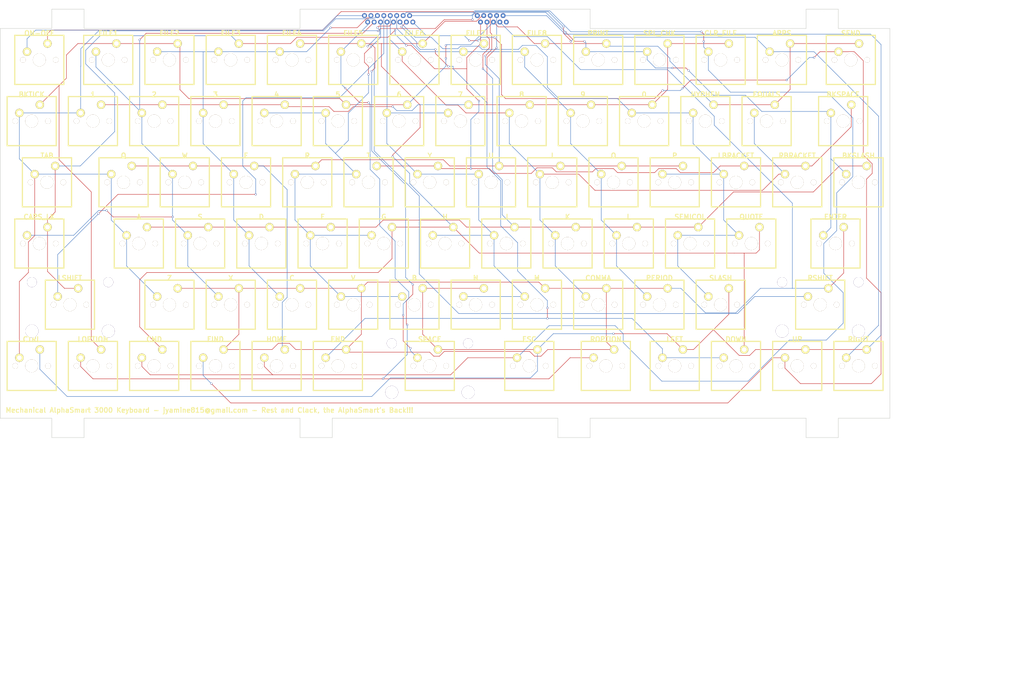
<source format=kicad_pcb>
(kicad_pcb (version 4) (host pcbnew 4.0.6)
  (layers (0 F.Cu signal) (31 B.Cu signal) (34 B.Paste user) (35 F.Paste user) (36 B.SilkS user) (37 F.SilkS user) (38 B.Mask user) (39 F.Mask user) (44 Edge.Cuts user))
  (net 0 "")
  (net 1 /COL1)
  (net 2 /COL2)
  (net 3 /COL3)
  (net 4 /COL4)
  (net 5 /COL5)
  (net 6 /COL6)
  (net 7 /COL7)
  (net 8 /COL8)
  (net 9 /COL9)
  (net 10 /COL10)
  (net 11 /COL11)
  (net 12 /COL12)
  (net 13 /COL13)
  (net 14 /COL14)
  (net 15 /COL15)
  (net 16 /COL16)
  (net 17 /ROW1)
  (net 18 /ROW2)
  (net 19 /ROW3)
  (net 20 /ROW4)
  (net 21 /ROW5)
  (net 22 /ROW6)
  (net 23 /ROW7)
  (net 24 /ROW8)
  (net 25 /ROW9)
  (net 26 "Net-(J2-Pad10)")
  (module MAS3k:case_strut (layer F.Cu) (at 125.5 116.5)
    (fp_text reference "" hide)
    (fp_text value "case strut")
  )
  (module MAS3k:case_strut (layer F.Cu) (at 125.5 158.5)
    (fp_text reference "" hide)
    (fp_text value "case strut")
  )
  (module MAS3k:case_strut (layer F.Cu) (at 214.5 116.5)
    (fp_text reference "" hide)
    (fp_text value "case strut")
  )
  (module MAS3k:case_strut (layer F.Cu) (at 304.5 116.5)
    (fp_text reference "" hide)
    (fp_text value "case strut")
  )
  (module MAS3k:case_strut (layer F.Cu) (at 214.5 158.5)
    (fp_text reference "" hide)
    (fp_text value "case strut")
  )
  (module MAS3k:case_strut (layer F.Cu) (at 304.5 158.5)
    (fp_text reference "" hide)
    (fp_text value "case strut")
  )
  (module Mounting_Holes:MountingHole_3mm (layer F.Cu) (at 97.5 75.5)
    (fp_text reference REF** hide)
    (fp_text value MountingHole_3mm)
    (pad 1 np_thru_hole circle (at 0 0) (size 3 3) (drill 3) (layers *.Cu *.Mask))
  )
  (module Mounting_Holes:MountingHole_3mm (layer F.Cu) (at 174.5 75.5)
    (fp_text reference REF** hide)
    (fp_text value MountingHole_3mm)
    (pad 1 np_thru_hole circle (at 0 0) (size 3 3) (drill 3) (layers *.Cu *.Mask))
  )
  (module Mounting_Holes:MountingHole_3mm (layer F.Cu) (at 254.5 75.5)
    (fp_text reference REF** hide)
    (fp_text value MountingHole_3mm)
    (pad 1 np_thru_hole circle (at 0 0) (size 3 3) (drill 3) (layers *.Cu *.Mask))
  )
  (module Mounting_Holes:MountingHole_3mm (layer F.Cu) (at 331.5 75.5)
    (fp_text reference REF** hide)
    (fp_text value MountingHole_3mm)
    (pad 1 np_thru_hole circle (at 0 0) (size 3 3) (drill 3) (layers *.Cu *.Mask))
  )
  (module Mounting_Holes:MountingHole_3mm (layer F.Cu) (at 97.5 202.5)
    (fp_text reference REF** hide)
    (fp_text value MountingHole_3mm)
    (pad 1 np_thru_hole circle (at 0 0) (size 3 3) (drill 3) (layers *.Cu *.Mask))
  )
  (module Mounting_Holes:MountingHole_3mm (layer F.Cu) (at 174.5 202.5)
    (fp_text reference REF** hide)
    (fp_text value MountingHole_3mm)
    (pad 1 np_thru_hole circle (at 0 0) (size 3 3) (drill 3) (layers *.Cu *.Mask))
  )
  (module Mounting_Holes:MountingHole_3mm (layer F.Cu) (at 254.5 202.5)
    (fp_text reference REF** hide)
    (fp_text value MountingHole_3mm)
    (pad 1 np_thru_hole circle (at 0 0) (size 3 3) (drill 3) (layers *.Cu *.Mask))
  )
  (module Mounting_Holes:MountingHole_3mm (layer F.Cu) (at 331.5 202.5)
    (fp_text reference REF** hide)
    (fp_text value MountingHole_3mm)
    (pad 1 np_thru_hole circle (at 0 0) (size 3 3) (drill 3) (layers *.Cu *.Mask))
  )
  (module MAS3k:SLW16R-1C7LF (layer B.Cu) (at 197 75.5)
    (fp_text reference J1 hide)
    (fp_text value FFC_CONN_01X16)
    (pad 1 thru_hole circle (at -7.5 -1) (size 1.5 1.5) (drill 0.8) (layers *.Cu *.Mask) (net 1 /COL1))
    (pad 2 thru_hole circle (at -6.5 1) (size 1.5 1.5) (drill 0.8) (layers *.Cu *.Mask) (net 2 /COL2))
    (pad 3 thru_hole circle (at -5.5 -1) (size 1.5 1.5) (drill 0.8) (layers *.Cu *.Mask) (net 3 /COL3))
    (pad 4 thru_hole circle (at -4.5 1) (size 1.5 1.5) (drill 0.8) (layers *.Cu *.Mask) (net 4 /COL4))
    (pad 5 thru_hole circle (at -3.5 -1) (size 1.5 1.5) (drill 0.8) (layers *.Cu *.Mask) (net 5 /COL5))
    (pad 6 thru_hole circle (at -2.5 1) (size 1.5 1.5) (drill 0.8) (layers *.Cu *.Mask) (net 6 /COL6))
    (pad 7 thru_hole circle (at -1.5 -1) (size 1.5 1.5) (drill 0.8) (layers *.Cu *.Mask) (net 7 /COL7))
    (pad 8 thru_hole circle (at -0.5 1) (size 1.5 1.5) (drill 0.8) (layers *.Cu *.Mask) (net 8 /COL8))
    (pad 9 thru_hole circle (at 0.5 -1) (size 1.5 1.5) (drill 0.8) (layers *.Cu *.Mask) (net 9 /COL9))
    (pad 10 thru_hole circle (at 1.5 1) (size 1.5 1.5) (drill 0.8) (layers *.Cu *.Mask) (net 10 /COL10))
    (pad 11 thru_hole circle (at 2.5 -1) (size 1.5 1.5) (drill 0.8) (layers *.Cu *.Mask) (net 11 /COL11))
    (pad 12 thru_hole circle (at 3.5 1) (size 1.5 1.5) (drill 0.8) (layers *.Cu *.Mask) (net 12 /COL12))
    (pad 13 thru_hole circle (at 4.5 -1) (size 1.5 1.5) (drill 0.8) (layers *.Cu *.Mask) (net 13 /COL13))
    (pad 14 thru_hole circle (at 5.5 1) (size 1.5 1.5) (drill 0.8) (layers *.Cu *.Mask) (net 14 /COL14))
    (pad 15 thru_hole circle (at 6.5 -1) (size 1.5 1.5) (drill 0.8) (layers *.Cu *.Mask) (net 15 /COL15))
    (pad 16 thru_hole circle (at 7.5 1) (size 1.5 1.5) (drill 0.8) (layers *.Cu *.Mask) (net 16 /COL16))
  )
  (module MAS3k:HLW10R-2C7LF (layer B.Cu) (at 229 75.5)
    (fp_text reference J2 hide)
    (fp_text value FFC_CONN_01X10)
    (pad 1 thru_hole circle (at -4.5 -1) (size 1.524 1.524) (drill 0.762) (layers *.Cu *.Mask) (net 17 /ROW1))
    (pad 2 thru_hole circle (at -3.5 1) (size 1.5 1.5) (drill 0.7) (layers *.Cu *.Mask) (net 18 /ROW2))
    (pad 3 thru_hole circle (at -2.5 -1) (size 1.5 1.5) (drill 0.7) (layers *.Cu *.Mask) (net 19 /ROW3))
    (pad 4 thru_hole circle (at -1.5 1) (size 1.5 1.5) (drill 0.7) (layers *.Cu *.Mask) (net 20 /ROW4))
    (pad 5 thru_hole circle (at -0.5 -1) (size 1.5 1.5) (drill 0.7) (layers *.Cu *.Mask) (net 21 /ROW5))
    (pad 6 thru_hole circle (at 0.5 1) (size 1.5 1.5) (drill 0.7) (layers *.Cu *.Mask) (net 22 /ROW6))
    (pad 7 thru_hole circle (at 1.5 -1) (size 1.5 1.5) (drill 0.7) (layers *.Cu *.Mask) (net 23 /ROW7))
    (pad 8 thru_hole circle (at 2.5 1) (size 1.5 1.5) (drill 0.7) (layers *.Cu *.Mask) (net 24 /ROW8))
    (pad 9 thru_hole circle (at 3.5 -1) (size 1.5 1.5) (drill 0.7) (layers *.Cu *.Mask) (net 25 /ROW9))
    (pad 10 thru_hole circle (at 4.5 1) (size 1.5 1.5) (drill 0.7) (layers *.Cu *.Mask) (net 26 "Net-(J2-Pad10)"))
  )
  (module mx1a:MX1A (layer F.Cu) (at 88.625 88.25)
    (fp_text reference S1 hide)
    (fp_text value ON-OFF (at 0 -8.255) (layer F.SilkS) (effects (font (thickness 0.3048))))
    (pad 0 thru_hole circle (at 0 0) (size 3.98018 3.98018) (drill 3.98018) (layers *.Cu *.Mask F.SilkS))
    (pad 2 thru_hole circle (at 2.54 -5.08) (size 2.6 2.6) (drill 1.5011) (layers *.Cu *.Mask F.SilkS) (net 17 /ROW1))
    (pad 1 thru_hole circle (at -3.81 -2.54) (size 2.6 2.6) (drill 1.5011) (layers *.Cu *.Mask F.SilkS) (net 1 /COL1))
    (pad "" thru_hole circle (at -5.08 0) (size 1.69926 1.69926) (drill 1.69926) (layers *.Cu *.Mask F.SilkS))
    (pad "" thru_hole circle (at 5.08 0) (size 1.69926 1.69926) (drill 1.69926) (layers *.Cu *.Mask F.SilkS))
  )
  (module mx1a:MX1A (layer F.Cu) (at 86.25 107.25)
    (fp_text reference S2 hide)
    (fp_text value BKTICK (at 0 -8.255) (layer F.SilkS) (effects (font (thickness 0.3048))))
    (pad 0 thru_hole circle (at 0 0) (size 3.98018 3.98018) (drill 3.98018) (layers *.Cu *.Mask F.SilkS))
    (pad 2 thru_hole circle (at 2.54 -5.08) (size 2.6 2.6) (drill 1.5011) (layers *.Cu *.Mask F.SilkS) (net 22 /ROW6))
    (pad 1 thru_hole circle (at -3.81 -2.54) (size 2.6 2.6) (drill 1.5011) (layers *.Cu *.Mask F.SilkS) (net 5 /COL5))
    (pad "" thru_hole circle (at -5.08 0) (size 1.69926 1.69926) (drill 1.69926) (layers *.Cu *.Mask F.SilkS))
    (pad "" thru_hole circle (at 5.08 0) (size 1.69926 1.69926) (drill 1.69926) (layers *.Cu *.Mask F.SilkS))
  )
  (module mx1a:MX1A (layer F.Cu) (at 91 126.25)
    (fp_text reference S3 hide)
    (fp_text value TAB (at 0 -8.255) (layer F.SilkS) (effects (font (thickness 0.3048))))
    (pad 0 thru_hole circle (at 0 0) (size 3.98018 3.98018) (drill 3.98018) (layers *.Cu *.Mask F.SilkS))
    (pad 2 thru_hole circle (at 2.54 -5.08) (size 2.6 2.6) (drill 1.5011) (layers *.Cu *.Mask F.SilkS) (net 18 /ROW2))
    (pad 1 thru_hole circle (at -3.81 -2.54) (size 2.6 2.6) (drill 1.5011) (layers *.Cu *.Mask F.SilkS) (net 5 /COL5))
    (pad "" thru_hole circle (at -5.08 0) (size 1.69926 1.69926) (drill 1.69926) (layers *.Cu *.Mask F.SilkS))
    (pad "" thru_hole circle (at 5.08 0) (size 1.69926 1.69926) (drill 1.69926) (layers *.Cu *.Mask F.SilkS))
  )
  (module mx1a:MX1A (layer F.Cu) (at 88.625 145.25)
    (fp_text reference S4 hide)
    (fp_text value CAPS_LK (at 0 -8.255) (layer F.SilkS) (effects (font (thickness 0.3048))))
    (pad 0 thru_hole circle (at 0 0) (size 3.98018 3.98018) (drill 3.98018) (layers *.Cu *.Mask F.SilkS))
    (pad 2 thru_hole circle (at 2.54 -5.08) (size 2.6 2.6) (drill 1.5011) (layers *.Cu *.Mask F.SilkS) (net 18 /ROW2))
    (pad 1 thru_hole circle (at -3.81 -2.54) (size 2.6 2.6) (drill 1.5011) (layers *.Cu *.Mask F.SilkS) (net 4 /COL4))
    (pad "" thru_hole circle (at -5.08 0) (size 1.69926 1.69926) (drill 1.69926) (layers *.Cu *.Mask F.SilkS))
    (pad "" thru_hole circle (at 5.08 0) (size 1.69926 1.69926) (drill 1.69926) (layers *.Cu *.Mask F.SilkS))
  )
  (module mx1a:MX1A (layer F.Cu) (at 98.125 164.25)
    (fp_text reference S5 hide)
    (fp_text value LSHIFT (at 0 -8.255) (layer F.SilkS) (effects (font (thickness 0.3048))))
    (pad 0 thru_hole circle (at 0 0) (size 3.98018 3.98018) (drill 3.98018) (layers *.Cu *.Mask F.SilkS))
    (pad 2 thru_hole circle (at 2.54 -5.08) (size 2.6 2.6) (drill 1.5011) (layers *.Cu *.Mask F.SilkS) (net 18 /ROW2))
    (pad 1 thru_hole circle (at -3.81 -2.54) (size 2.6 2.6) (drill 1.5011) (layers *.Cu *.Mask F.SilkS) (net 7 /COL7))
    (pad "" thru_hole circle (at -5.08 0) (size 1.69926 1.69926) (drill 1.69926) (layers *.Cu *.Mask F.SilkS))
    (pad "" thru_hole circle (at 5.08 0) (size 1.69926 1.69926) (drill 1.69926) (layers *.Cu *.Mask F.SilkS))
  )
  (module mx1a:MX1A (layer F.Cu) (at 86.25 183.25)
    (fp_text reference S6 hide)
    (fp_text value CTRL (at 0 -8.255) (layer F.SilkS) (effects (font (thickness 0.3048))))
    (pad 0 thru_hole circle (at 0 0) (size 3.98018 3.98018) (drill 3.98018) (layers *.Cu *.Mask F.SilkS))
    (pad 2 thru_hole circle (at 2.54 -5.08) (size 2.6 2.6) (drill 1.5011) (layers *.Cu *.Mask F.SilkS) (net 25 /ROW9))
    (pad 1 thru_hole circle (at -3.81 -2.54) (size 2.6 2.6) (drill 1.5011) (layers *.Cu *.Mask F.SilkS) (net 5 /COL5))
    (pad "" thru_hole circle (at -5.08 0) (size 1.69926 1.69926) (drill 1.69926) (layers *.Cu *.Mask F.SilkS))
    (pad "" thru_hole circle (at 5.08 0) (size 1.69926 1.69926) (drill 1.69926) (layers *.Cu *.Mask F.SilkS))
  )
  (module mx1a:MX1A (layer F.Cu) (at 110 88.25)
    (fp_text reference S7 hide)
    (fp_text value FILE1 (at 0 -8.255) (layer F.SilkS) (effects (font (thickness 0.3048))))
    (pad 0 thru_hole circle (at 0 0) (size 3.98018 3.98018) (drill 3.98018) (layers *.Cu *.Mask F.SilkS))
    (pad 2 thru_hole circle (at 2.54 -5.08) (size 2.6 2.6) (drill 1.5011) (layers *.Cu *.Mask F.SilkS) (net 22 /ROW6))
    (pad 1 thru_hole circle (at -3.81 -2.54) (size 2.6 2.6) (drill 1.5011) (layers *.Cu *.Mask F.SilkS) (net 4 /COL4))
    (pad "" thru_hole circle (at -5.08 0) (size 1.69926 1.69926) (drill 1.69926) (layers *.Cu *.Mask F.SilkS))
    (pad "" thru_hole circle (at 5.08 0) (size 1.69926 1.69926) (drill 1.69926) (layers *.Cu *.Mask F.SilkS))
  )
  (module mx1a:MX1A (layer F.Cu) (at 105.25 107.25)
    (fp_text reference S8 hide)
    (fp_text value 1 (at 0 -8.255) (layer F.SilkS) (effects (font (thickness 0.3048))))
    (pad 0 thru_hole circle (at 0 0) (size 3.98018 3.98018) (drill 3.98018) (layers *.Cu *.Mask F.SilkS))
    (pad 2 thru_hole circle (at 2.54 -5.08) (size 2.6 2.6) (drill 1.5011) (layers *.Cu *.Mask F.SilkS) (net 23 /ROW7))
    (pad 1 thru_hole circle (at -3.81 -2.54) (size 2.6 2.6) (drill 1.5011) (layers *.Cu *.Mask F.SilkS) (net 5 /COL5))
    (pad "" thru_hole circle (at -5.08 0) (size 1.69926 1.69926) (drill 1.69926) (layers *.Cu *.Mask F.SilkS))
    (pad "" thru_hole circle (at 5.08 0) (size 1.69926 1.69926) (drill 1.69926) (layers *.Cu *.Mask F.SilkS))
  )
  (module mx1a:MX1A (layer F.Cu) (at 114.75 126.25)
    (fp_text reference S9 hide)
    (fp_text value Q (at 0 -8.255) (layer F.SilkS) (effects (font (thickness 0.3048))))
    (pad 0 thru_hole circle (at 0 0) (size 3.98018 3.98018) (drill 3.98018) (layers *.Cu *.Mask F.SilkS))
    (pad 2 thru_hole circle (at 2.54 -5.08) (size 2.6 2.6) (drill 1.5011) (layers *.Cu *.Mask F.SilkS) (net 21 /ROW5))
    (pad 1 thru_hole circle (at -3.81 -2.54) (size 2.6 2.6) (drill 1.5011) (layers *.Cu *.Mask F.SilkS) (net 5 /COL5))
    (pad "" thru_hole circle (at -5.08 0) (size 1.69926 1.69926) (drill 1.69926) (layers *.Cu *.Mask F.SilkS))
    (pad "" thru_hole circle (at 5.08 0) (size 1.69926 1.69926) (drill 1.69926) (layers *.Cu *.Mask F.SilkS))
  )
  (module mx1a:MX1A (layer F.Cu) (at 119.5 145.25)
    (fp_text reference S10 hide)
    (fp_text value A (at 0 -8.255) (layer F.SilkS) (effects (font (thickness 0.3048))))
    (pad 0 thru_hole circle (at 0 0) (size 3.98018 3.98018) (drill 3.98018) (layers *.Cu *.Mask F.SilkS))
    (pad 2 thru_hole circle (at 2.54 -5.08) (size 2.6 2.6) (drill 1.5011) (layers *.Cu *.Mask F.SilkS) (net 20 /ROW4))
    (pad 1 thru_hole circle (at -3.81 -2.54) (size 2.6 2.6) (drill 1.5011) (layers *.Cu *.Mask F.SilkS) (net 5 /COL5))
    (pad "" thru_hole circle (at -5.08 0) (size 1.69926 1.69926) (drill 1.69926) (layers *.Cu *.Mask F.SilkS))
    (pad "" thru_hole circle (at 5.08 0) (size 1.69926 1.69926) (drill 1.69926) (layers *.Cu *.Mask F.SilkS))
  )
  (module mx1a:MX1A (layer F.Cu) (at 129 164.25)
    (fp_text reference S11 hide)
    (fp_text value Z (at 0 -8.255) (layer F.SilkS) (effects (font (thickness 0.3048))))
    (pad 0 thru_hole circle (at 0 0) (size 3.98018 3.98018) (drill 3.98018) (layers *.Cu *.Mask F.SilkS))
    (pad 2 thru_hole circle (at 2.54 -5.08) (size 2.6 2.6) (drill 1.5011) (layers *.Cu *.Mask F.SilkS) (net 24 /ROW8))
    (pad 1 thru_hole circle (at -3.81 -2.54) (size 2.6 2.6) (drill 1.5011) (layers *.Cu *.Mask F.SilkS) (net 5 /COL5))
    (pad "" thru_hole circle (at -5.08 0) (size 1.69926 1.69926) (drill 1.69926) (layers *.Cu *.Mask F.SilkS))
    (pad "" thru_hole circle (at 5.08 0) (size 1.69926 1.69926) (drill 1.69926) (layers *.Cu *.Mask F.SilkS))
  )
  (module mx1a:MX1A (layer F.Cu) (at 105.25 183.25)
    (fp_text reference S12 hide)
    (fp_text value LOPTION (at 0 -8.255) (layer F.SilkS) (effects (font (thickness 0.3048))))
    (pad 0 thru_hole circle (at 0 0) (size 3.98018 3.98018) (drill 3.98018) (layers *.Cu *.Mask F.SilkS))
    (pad 2 thru_hole circle (at 2.54 -5.08) (size 2.6 2.6) (drill 1.5011) (layers *.Cu *.Mask F.SilkS) (net 22 /ROW6))
    (pad 1 thru_hole circle (at -3.81 -2.54) (size 2.6 2.6) (drill 1.5011) (layers *.Cu *.Mask F.SilkS) (net 10 /COL10))
    (pad "" thru_hole circle (at -5.08 0) (size 1.69926 1.69926) (drill 1.69926) (layers *.Cu *.Mask F.SilkS))
    (pad "" thru_hole circle (at 5.08 0) (size 1.69926 1.69926) (drill 1.69926) (layers *.Cu *.Mask F.SilkS))
  )
  (module mx1a:MX1A (layer F.Cu) (at 129 88.25)
    (fp_text reference S13 hide)
    (fp_text value FILE2 (at 0 -8.255) (layer F.SilkS) (effects (font (thickness 0.3048))))
    (pad 0 thru_hole circle (at 0 0) (size 3.98018 3.98018) (drill 3.98018) (layers *.Cu *.Mask F.SilkS))
    (pad 2 thru_hole circle (at 2.54 -5.08) (size 2.6 2.6) (drill 1.5011) (layers *.Cu *.Mask F.SilkS) (net 22 /ROW6))
    (pad 1 thru_hole circle (at -3.81 -2.54) (size 2.6 2.6) (drill 1.5011) (layers *.Cu *.Mask F.SilkS) (net 3 /COL3))
    (pad "" thru_hole circle (at -5.08 0) (size 1.69926 1.69926) (drill 1.69926) (layers *.Cu *.Mask F.SilkS))
    (pad "" thru_hole circle (at 5.08 0) (size 1.69926 1.69926) (drill 1.69926) (layers *.Cu *.Mask F.SilkS))
  )
  (module mx1a:MX1A (layer F.Cu) (at 124.25 107.25)
    (fp_text reference S14 hide)
    (fp_text value 2 (at 0 -8.255) (layer F.SilkS) (effects (font (thickness 0.3048))))
    (pad 0 thru_hole circle (at 0 0) (size 3.98018 3.98018) (drill 3.98018) (layers *.Cu *.Mask F.SilkS))
    (pad 2 thru_hole circle (at 2.54 -5.08) (size 2.6 2.6) (drill 1.5011) (layers *.Cu *.Mask F.SilkS) (net 23 /ROW7))
    (pad 1 thru_hole circle (at -3.81 -2.54) (size 2.6 2.6) (drill 1.5011) (layers *.Cu *.Mask F.SilkS) (net 4 /COL4))
    (pad "" thru_hole circle (at -5.08 0) (size 1.69926 1.69926) (drill 1.69926) (layers *.Cu *.Mask F.SilkS))
    (pad "" thru_hole circle (at 5.08 0) (size 1.69926 1.69926) (drill 1.69926) (layers *.Cu *.Mask F.SilkS))
  )
  (module mx1a:MX1A (layer F.Cu) (at 133.75 126.25)
    (fp_text reference S15 hide)
    (fp_text value W (at 0 -8.255) (layer F.SilkS) (effects (font (thickness 0.3048))))
    (pad 0 thru_hole circle (at 0 0) (size 3.98018 3.98018) (drill 3.98018) (layers *.Cu *.Mask F.SilkS))
    (pad 2 thru_hole circle (at 2.54 -5.08) (size 2.6 2.6) (drill 1.5011) (layers *.Cu *.Mask F.SilkS) (net 21 /ROW5))
    (pad 1 thru_hole circle (at -3.81 -2.54) (size 2.6 2.6) (drill 1.5011) (layers *.Cu *.Mask F.SilkS) (net 4 /COL4))
    (pad "" thru_hole circle (at -5.08 0) (size 1.69926 1.69926) (drill 1.69926) (layers *.Cu *.Mask F.SilkS))
    (pad "" thru_hole circle (at 5.08 0) (size 1.69926 1.69926) (drill 1.69926) (layers *.Cu *.Mask F.SilkS))
  )
  (module mx1a:MX1A (layer F.Cu) (at 138.5 145.25)
    (fp_text reference S16 hide)
    (fp_text value S (at 0 -8.255) (layer F.SilkS) (effects (font (thickness 0.3048))))
    (pad 0 thru_hole circle (at 0 0) (size 3.98018 3.98018) (drill 3.98018) (layers *.Cu *.Mask F.SilkS))
    (pad 2 thru_hole circle (at 2.54 -5.08) (size 2.6 2.6) (drill 1.5011) (layers *.Cu *.Mask F.SilkS) (net 20 /ROW4))
    (pad 1 thru_hole circle (at -3.81 -2.54) (size 2.6 2.6) (drill 1.5011) (layers *.Cu *.Mask F.SilkS) (net 4 /COL4))
    (pad "" thru_hole circle (at -5.08 0) (size 1.69926 1.69926) (drill 1.69926) (layers *.Cu *.Mask F.SilkS))
    (pad "" thru_hole circle (at 5.08 0) (size 1.69926 1.69926) (drill 1.69926) (layers *.Cu *.Mask F.SilkS))
  )
  (module mx1a:MX1A (layer F.Cu) (at 148 164.25)
    (fp_text reference S17 hide)
    (fp_text value X (at 0 -8.255) (layer F.SilkS) (effects (font (thickness 0.3048))))
    (pad 0 thru_hole circle (at 0 0) (size 3.98018 3.98018) (drill 3.98018) (layers *.Cu *.Mask F.SilkS))
    (pad 2 thru_hole circle (at 2.54 -5.08) (size 2.6 2.6) (drill 1.5011) (layers *.Cu *.Mask F.SilkS) (net 24 /ROW8))
    (pad 1 thru_hole circle (at -3.81 -2.54) (size 2.6 2.6) (drill 1.5011) (layers *.Cu *.Mask F.SilkS) (net 4 /COL4))
    (pad "" thru_hole circle (at -5.08 0) (size 1.69926 1.69926) (drill 1.69926) (layers *.Cu *.Mask F.SilkS))
    (pad "" thru_hole circle (at 5.08 0) (size 1.69926 1.69926) (drill 1.69926) (layers *.Cu *.Mask F.SilkS))
  )
  (module mx1a:MX1A (layer F.Cu) (at 124.25 183.25)
    (fp_text reference S18 hide)
    (fp_text value CMD (at 0 -8.255) (layer F.SilkS) (effects (font (thickness 0.3048))))
    (pad 0 thru_hole circle (at 0 0) (size 3.98018 3.98018) (drill 3.98018) (layers *.Cu *.Mask F.SilkS))
    (pad 2 thru_hole circle (at 2.54 -5.08) (size 2.6 2.6) (drill 1.5011) (layers *.Cu *.Mask F.SilkS) (net 19 /ROW3))
    (pad 1 thru_hole circle (at -3.81 -2.54) (size 2.6 2.6) (drill 1.5011) (layers *.Cu *.Mask F.SilkS) (net 13 /COL13))
    (pad "" thru_hole circle (at -5.08 0) (size 1.69926 1.69926) (drill 1.69926) (layers *.Cu *.Mask F.SilkS))
    (pad "" thru_hole circle (at 5.08 0) (size 1.69926 1.69926) (drill 1.69926) (layers *.Cu *.Mask F.SilkS))
  )
  (module mx1a:MX1A (layer F.Cu) (at 148 88.25)
    (fp_text reference S19 hide)
    (fp_text value FILE3 (at 0 -8.255) (layer F.SilkS) (effects (font (thickness 0.3048))))
    (pad 0 thru_hole circle (at 0 0) (size 3.98018 3.98018) (drill 3.98018) (layers *.Cu *.Mask F.SilkS))
    (pad 2 thru_hole circle (at 2.54 -5.08) (size 2.6 2.6) (drill 1.5011) (layers *.Cu *.Mask F.SilkS) (net 18 /ROW2))
    (pad 1 thru_hole circle (at -3.81 -2.54) (size 2.6 2.6) (drill 1.5011) (layers *.Cu *.Mask F.SilkS) (net 3 /COL3))
    (pad "" thru_hole circle (at -5.08 0) (size 1.69926 1.69926) (drill 1.69926) (layers *.Cu *.Mask F.SilkS))
    (pad "" thru_hole circle (at 5.08 0) (size 1.69926 1.69926) (drill 1.69926) (layers *.Cu *.Mask F.SilkS))
  )
  (module mx1a:MX1A (layer F.Cu) (at 143.25 107.25)
    (fp_text reference S20 hide)
    (fp_text value 3 (at 0 -8.255) (layer F.SilkS) (effects (font (thickness 0.3048))))
    (pad 0 thru_hole circle (at 0 0) (size 3.98018 3.98018) (drill 3.98018) (layers *.Cu *.Mask F.SilkS))
    (pad 2 thru_hole circle (at 2.54 -5.08) (size 2.6 2.6) (drill 1.5011) (layers *.Cu *.Mask F.SilkS) (net 23 /ROW7))
    (pad 1 thru_hole circle (at -3.81 -2.54) (size 2.6 2.6) (drill 1.5011) (layers *.Cu *.Mask F.SilkS) (net 3 /COL3))
    (pad "" thru_hole circle (at -5.08 0) (size 1.69926 1.69926) (drill 1.69926) (layers *.Cu *.Mask F.SilkS))
    (pad "" thru_hole circle (at 5.08 0) (size 1.69926 1.69926) (drill 1.69926) (layers *.Cu *.Mask F.SilkS))
  )
  (module mx1a:MX1A (layer F.Cu) (at 152.75 126.25)
    (fp_text reference S21 hide)
    (fp_text value E (at 0 -8.255) (layer F.SilkS) (effects (font (thickness 0.3048))))
    (pad 0 thru_hole circle (at 0 0) (size 3.98018 3.98018) (drill 3.98018) (layers *.Cu *.Mask F.SilkS))
    (pad 2 thru_hole circle (at 2.54 -5.08) (size 2.6 2.6) (drill 1.5011) (layers *.Cu *.Mask F.SilkS) (net 21 /ROW5))
    (pad 1 thru_hole circle (at -3.81 -2.54) (size 2.6 2.6) (drill 1.5011) (layers *.Cu *.Mask F.SilkS) (net 3 /COL3))
    (pad "" thru_hole circle (at -5.08 0) (size 1.69926 1.69926) (drill 1.69926) (layers *.Cu *.Mask F.SilkS))
    (pad "" thru_hole circle (at 5.08 0) (size 1.69926 1.69926) (drill 1.69926) (layers *.Cu *.Mask F.SilkS))
  )
  (module mx1a:MX1A (layer F.Cu) (at 157.5 145.25)
    (fp_text reference S22 hide)
    (fp_text value D (at 0 -8.255) (layer F.SilkS) (effects (font (thickness 0.3048))))
    (pad 0 thru_hole circle (at 0 0) (size 3.98018 3.98018) (drill 3.98018) (layers *.Cu *.Mask F.SilkS))
    (pad 2 thru_hole circle (at 2.54 -5.08) (size 2.6 2.6) (drill 1.5011) (layers *.Cu *.Mask F.SilkS) (net 20 /ROW4))
    (pad 1 thru_hole circle (at -3.81 -2.54) (size 2.6 2.6) (drill 1.5011) (layers *.Cu *.Mask F.SilkS) (net 3 /COL3))
    (pad "" thru_hole circle (at -5.08 0) (size 1.69926 1.69926) (drill 1.69926) (layers *.Cu *.Mask F.SilkS))
    (pad "" thru_hole circle (at 5.08 0) (size 1.69926 1.69926) (drill 1.69926) (layers *.Cu *.Mask F.SilkS))
  )
  (module mx1a:MX1A (layer F.Cu) (at 167 164.25)
    (fp_text reference S23 hide)
    (fp_text value C (at 0 -8.255) (layer F.SilkS) (effects (font (thickness 0.3048))))
    (pad 0 thru_hole circle (at 0 0) (size 3.98018 3.98018) (drill 3.98018) (layers *.Cu *.Mask F.SilkS))
    (pad 2 thru_hole circle (at 2.54 -5.08) (size 2.6 2.6) (drill 1.5011) (layers *.Cu *.Mask F.SilkS) (net 24 /ROW8))
    (pad 1 thru_hole circle (at -3.81 -2.54) (size 2.6 2.6) (drill 1.5011) (layers *.Cu *.Mask F.SilkS) (net 3 /COL3))
    (pad "" thru_hole circle (at -5.08 0) (size 1.69926 1.69926) (drill 1.69926) (layers *.Cu *.Mask F.SilkS))
    (pad "" thru_hole circle (at 5.08 0) (size 1.69926 1.69926) (drill 1.69926) (layers *.Cu *.Mask F.SilkS))
  )
  (module mx1a:MX1A (layer F.Cu) (at 143.25 183.25)
    (fp_text reference S24 hide)
    (fp_text value FIND (at 0 -8.255) (layer F.SilkS) (effects (font (thickness 0.3048))))
    (pad 0 thru_hole circle (at 0 0) (size 3.98018 3.98018) (drill 3.98018) (layers *.Cu *.Mask F.SilkS))
    (pad 2 thru_hole circle (at 2.54 -5.08) (size 2.6 2.6) (drill 1.5011) (layers *.Cu *.Mask F.SilkS) (net 24 /ROW8))
    (pad 1 thru_hole circle (at -3.81 -2.54) (size 2.6 2.6) (drill 1.5011) (layers *.Cu *.Mask F.SilkS) (net 16 /COL16))
    (pad "" thru_hole circle (at -5.08 0) (size 1.69926 1.69926) (drill 1.69926) (layers *.Cu *.Mask F.SilkS))
    (pad "" thru_hole circle (at 5.08 0) (size 1.69926 1.69926) (drill 1.69926) (layers *.Cu *.Mask F.SilkS))
  )
  (module mx1a:MX1A (layer F.Cu) (at 167 88.25)
    (fp_text reference S25 hide)
    (fp_text value FILE4 (at 0 -8.255) (layer F.SilkS) (effects (font (thickness 0.3048))))
    (pad 0 thru_hole circle (at 0 0) (size 3.98018 3.98018) (drill 3.98018) (layers *.Cu *.Mask F.SilkS))
    (pad 2 thru_hole circle (at 2.54 -5.08) (size 2.6 2.6) (drill 1.5011) (layers *.Cu *.Mask F.SilkS) (net 19 /ROW3))
    (pad 1 thru_hole circle (at -3.81 -2.54) (size 2.6 2.6) (drill 1.5011) (layers *.Cu *.Mask F.SilkS) (net 3 /COL3))
    (pad "" thru_hole circle (at -5.08 0) (size 1.69926 1.69926) (drill 1.69926) (layers *.Cu *.Mask F.SilkS))
    (pad "" thru_hole circle (at 5.08 0) (size 1.69926 1.69926) (drill 1.69926) (layers *.Cu *.Mask F.SilkS))
  )
  (module mx1a:MX1A (layer F.Cu) (at 162.25 107.25)
    (fp_text reference S26 hide)
    (fp_text value 4 (at 0 -8.255) (layer F.SilkS) (effects (font (thickness 0.3048))))
    (pad 0 thru_hole circle (at 0 0) (size 3.98018 3.98018) (drill 3.98018) (layers *.Cu *.Mask F.SilkS))
    (pad 2 thru_hole circle (at 2.54 -5.08) (size 2.6 2.6) (drill 1.5011) (layers *.Cu *.Mask F.SilkS) (net 23 /ROW7))
    (pad 1 thru_hole circle (at -3.81 -2.54) (size 2.6 2.6) (drill 1.5011) (layers *.Cu *.Mask F.SilkS) (net 6 /COL6))
    (pad "" thru_hole circle (at -5.08 0) (size 1.69926 1.69926) (drill 1.69926) (layers *.Cu *.Mask F.SilkS))
    (pad "" thru_hole circle (at 5.08 0) (size 1.69926 1.69926) (drill 1.69926) (layers *.Cu *.Mask F.SilkS))
  )
  (module mx1a:MX1A (layer F.Cu) (at 171.75 126.25)
    (fp_text reference S27 hide)
    (fp_text value R (at 0 -8.255) (layer F.SilkS) (effects (font (thickness 0.3048))))
    (pad 0 thru_hole circle (at 0 0) (size 3.98018 3.98018) (drill 3.98018) (layers *.Cu *.Mask F.SilkS))
    (pad 2 thru_hole circle (at 2.54 -5.08) (size 2.6 2.6) (drill 1.5011) (layers *.Cu *.Mask F.SilkS) (net 21 /ROW5))
    (pad 1 thru_hole circle (at -3.81 -2.54) (size 2.6 2.6) (drill 1.5011) (layers *.Cu *.Mask F.SilkS) (net 6 /COL6))
    (pad "" thru_hole circle (at -5.08 0) (size 1.69926 1.69926) (drill 1.69926) (layers *.Cu *.Mask F.SilkS))
    (pad "" thru_hole circle (at 5.08 0) (size 1.69926 1.69926) (drill 1.69926) (layers *.Cu *.Mask F.SilkS))
  )
  (module mx1a:MX1A (layer F.Cu) (at 176.5 145.25)
    (fp_text reference S28 hide)
    (fp_text value F (at 0 -8.255) (layer F.SilkS) (effects (font (thickness 0.3048))))
    (pad 0 thru_hole circle (at 0 0) (size 3.98018 3.98018) (drill 3.98018) (layers *.Cu *.Mask F.SilkS))
    (pad 2 thru_hole circle (at 2.54 -5.08) (size 2.6 2.6) (drill 1.5011) (layers *.Cu *.Mask F.SilkS) (net 20 /ROW4))
    (pad 1 thru_hole circle (at -3.81 -2.54) (size 2.6 2.6) (drill 1.5011) (layers *.Cu *.Mask F.SilkS) (net 6 /COL6))
    (pad "" thru_hole circle (at -5.08 0) (size 1.69926 1.69926) (drill 1.69926) (layers *.Cu *.Mask F.SilkS))
    (pad "" thru_hole circle (at 5.08 0) (size 1.69926 1.69926) (drill 1.69926) (layers *.Cu *.Mask F.SilkS))
  )
  (module mx1a:MX1A (layer F.Cu) (at 186 164.25)
    (fp_text reference S29 hide)
    (fp_text value V (at 0 -8.255) (layer F.SilkS) (effects (font (thickness 0.3048))))
    (pad 0 thru_hole circle (at 0 0) (size 3.98018 3.98018) (drill 3.98018) (layers *.Cu *.Mask F.SilkS))
    (pad 2 thru_hole circle (at 2.54 -5.08) (size 2.6 2.6) (drill 1.5011) (layers *.Cu *.Mask F.SilkS) (net 24 /ROW8))
    (pad 1 thru_hole circle (at -3.81 -2.54) (size 2.6 2.6) (drill 1.5011) (layers *.Cu *.Mask F.SilkS) (net 6 /COL6))
    (pad "" thru_hole circle (at -5.08 0) (size 1.69926 1.69926) (drill 1.69926) (layers *.Cu *.Mask F.SilkS))
    (pad "" thru_hole circle (at 5.08 0) (size 1.69926 1.69926) (drill 1.69926) (layers *.Cu *.Mask F.SilkS))
  )
  (module mx1a:MX1A (layer F.Cu) (at 162.25 183.25)
    (fp_text reference S30 hide)
    (fp_text value HOME (at 0 -8.255) (layer F.SilkS) (effects (font (thickness 0.3048))))
    (pad 0 thru_hole circle (at 0 0) (size 3.98018 3.98018) (drill 3.98018) (layers *.Cu *.Mask F.SilkS))
    (pad 2 thru_hole circle (at 2.54 -5.08) (size 2.6 2.6) (drill 1.5011) (layers *.Cu *.Mask F.SilkS) (net 21 /ROW5))
    (pad 1 thru_hole circle (at -3.81 -2.54) (size 2.6 2.6) (drill 1.5011) (layers *.Cu *.Mask F.SilkS) (net 13 /COL13))
    (pad "" thru_hole circle (at -5.08 0) (size 1.69926 1.69926) (drill 1.69926) (layers *.Cu *.Mask F.SilkS))
    (pad "" thru_hole circle (at 5.08 0) (size 1.69926 1.69926) (drill 1.69926) (layers *.Cu *.Mask F.SilkS))
  )
  (module mx1a:MX1A (layer F.Cu) (at 186 88.25)
    (fp_text reference S31 hide)
    (fp_text value FILE5 (at 0 -8.255) (layer F.SilkS) (effects (font (thickness 0.3048))))
    (pad 0 thru_hole circle (at 0 0) (size 3.98018 3.98018) (drill 3.98018) (layers *.Cu *.Mask F.SilkS))
    (pad 2 thru_hole circle (at 2.54 -5.08) (size 2.6 2.6) (drill 1.5011) (layers *.Cu *.Mask F.SilkS) (net 19 /ROW3))
    (pad 1 thru_hole circle (at -3.81 -2.54) (size 2.6 2.6) (drill 1.5011) (layers *.Cu *.Mask F.SilkS) (net 2 /COL2))
    (pad "" thru_hole circle (at -5.08 0) (size 1.69926 1.69926) (drill 1.69926) (layers *.Cu *.Mask F.SilkS))
    (pad "" thru_hole circle (at 5.08 0) (size 1.69926 1.69926) (drill 1.69926) (layers *.Cu *.Mask F.SilkS))
  )
  (module mx1a:MX1A (layer F.Cu) (at 181.25 107.25)
    (fp_text reference S32 hide)
    (fp_text value 5 (at 0 -8.255) (layer F.SilkS) (effects (font (thickness 0.3048))))
    (pad 0 thru_hole circle (at 0 0) (size 3.98018 3.98018) (drill 3.98018) (layers *.Cu *.Mask F.SilkS))
    (pad 2 thru_hole circle (at 2.54 -5.08) (size 2.6 2.6) (drill 1.5011) (layers *.Cu *.Mask F.SilkS) (net 22 /ROW6))
    (pad 1 thru_hole circle (at -3.81 -2.54) (size 2.6 2.6) (drill 1.5011) (layers *.Cu *.Mask F.SilkS) (net 6 /COL6))
    (pad "" thru_hole circle (at -5.08 0) (size 1.69926 1.69926) (drill 1.69926) (layers *.Cu *.Mask F.SilkS))
    (pad "" thru_hole circle (at 5.08 0) (size 1.69926 1.69926) (drill 1.69926) (layers *.Cu *.Mask F.SilkS))
  )
  (module mx1a:MX1A (layer F.Cu) (at 190.75 126.25)
    (fp_text reference S33 hide)
    (fp_text value T (at 0 -8.255) (layer F.SilkS) (effects (font (thickness 0.3048))))
    (pad 0 thru_hole circle (at 0 0) (size 3.98018 3.98018) (drill 3.98018) (layers *.Cu *.Mask F.SilkS))
    (pad 2 thru_hole circle (at 2.54 -5.08) (size 2.6 2.6) (drill 1.5011) (layers *.Cu *.Mask F.SilkS) (net 18 /ROW2))
    (pad 1 thru_hole circle (at -3.81 -2.54) (size 2.6 2.6) (drill 1.5011) (layers *.Cu *.Mask F.SilkS) (net 6 /COL6))
    (pad "" thru_hole circle (at -5.08 0) (size 1.69926 1.69926) (drill 1.69926) (layers *.Cu *.Mask F.SilkS))
    (pad "" thru_hole circle (at 5.08 0) (size 1.69926 1.69926) (drill 1.69926) (layers *.Cu *.Mask F.SilkS))
  )
  (module mx1a:MX1A (layer F.Cu) (at 195.5 145.25)
    (fp_text reference S34 hide)
    (fp_text value G (at 0 -8.255) (layer F.SilkS) (effects (font (thickness 0.3048))))
    (pad 0 thru_hole circle (at 0 0) (size 3.98018 3.98018) (drill 3.98018) (layers *.Cu *.Mask F.SilkS))
    (pad 2 thru_hole circle (at 2.54 -5.08) (size 2.6 2.6) (drill 1.5011) (layers *.Cu *.Mask F.SilkS) (net 19 /ROW3))
    (pad 1 thru_hole circle (at -3.81 -2.54) (size 2.6 2.6) (drill 1.5011) (layers *.Cu *.Mask F.SilkS) (net 6 /COL6))
    (pad "" thru_hole circle (at -5.08 0) (size 1.69926 1.69926) (drill 1.69926) (layers *.Cu *.Mask F.SilkS))
    (pad "" thru_hole circle (at 5.08 0) (size 1.69926 1.69926) (drill 1.69926) (layers *.Cu *.Mask F.SilkS))
  )
  (module mx1a:MX1A (layer F.Cu) (at 205 164.25)
    (fp_text reference S35 hide)
    (fp_text value B (at 0 -8.255) (layer F.SilkS) (effects (font (thickness 0.3048))))
    (pad 0 thru_hole circle (at 0 0) (size 3.98018 3.98018) (drill 3.98018) (layers *.Cu *.Mask F.SilkS))
    (pad 2 thru_hole circle (at 2.54 -5.08) (size 2.6 2.6) (drill 1.5011) (layers *.Cu *.Mask F.SilkS) (net 25 /ROW9))
    (pad 1 thru_hole circle (at -3.81 -2.54) (size 2.6 2.6) (drill 1.5011) (layers *.Cu *.Mask F.SilkS) (net 6 /COL6))
    (pad "" thru_hole circle (at -5.08 0) (size 1.69926 1.69926) (drill 1.69926) (layers *.Cu *.Mask F.SilkS))
    (pad "" thru_hole circle (at 5.08 0) (size 1.69926 1.69926) (drill 1.69926) (layers *.Cu *.Mask F.SilkS))
  )
  (module mx1a:MX1A (layer F.Cu) (at 181.25 183.25)
    (fp_text reference S36 hide)
    (fp_text value END (at 0 -8.255) (layer F.SilkS) (effects (font (thickness 0.3048))))
    (pad 0 thru_hole circle (at 0 0) (size 3.98018 3.98018) (drill 3.98018) (layers *.Cu *.Mask F.SilkS))
    (pad 2 thru_hole circle (at 2.54 -5.08) (size 2.6 2.6) (drill 1.5011) (layers *.Cu *.Mask F.SilkS) (net 24 /ROW8))
    (pad 1 thru_hole circle (at -3.81 -2.54) (size 2.6 2.6) (drill 1.5011) (layers *.Cu *.Mask F.SilkS) (net 14 /COL14))
    (pad "" thru_hole circle (at -5.08 0) (size 1.69926 1.69926) (drill 1.69926) (layers *.Cu *.Mask F.SilkS))
    (pad "" thru_hole circle (at 5.08 0) (size 1.69926 1.69926) (drill 1.69926) (layers *.Cu *.Mask F.SilkS))
  )
  (module mx1a:MX1A (layer F.Cu) (at 205 88.25)
    (fp_text reference S37 hide)
    (fp_text value FILE6 (at 0 -8.255) (layer F.SilkS) (effects (font (thickness 0.3048))))
    (pad 0 thru_hole circle (at 0 0) (size 3.98018 3.98018) (drill 3.98018) (layers *.Cu *.Mask F.SilkS))
    (pad 2 thru_hole circle (at 2.54 -5.08) (size 2.6 2.6) (drill 1.5011) (layers *.Cu *.Mask F.SilkS) (net 19 /ROW3))
    (pad 1 thru_hole circle (at -3.81 -2.54) (size 2.6 2.6) (drill 1.5011) (layers *.Cu *.Mask F.SilkS) (net 9 /COL9))
    (pad "" thru_hole circle (at -5.08 0) (size 1.69926 1.69926) (drill 1.69926) (layers *.Cu *.Mask F.SilkS))
    (pad "" thru_hole circle (at 5.08 0) (size 1.69926 1.69926) (drill 1.69926) (layers *.Cu *.Mask F.SilkS))
  )
  (module mx1a:MX1A (layer F.Cu) (at 200.25 107.25)
    (fp_text reference S38 hide)
    (fp_text value 6 (at 0 -8.255) (layer F.SilkS) (effects (font (thickness 0.3048))))
    (pad 0 thru_hole circle (at 0 0) (size 3.98018 3.98018) (drill 3.98018) (layers *.Cu *.Mask F.SilkS))
    (pad 2 thru_hole circle (at 2.54 -5.08) (size 2.6 2.6) (drill 1.5011) (layers *.Cu *.Mask F.SilkS) (net 22 /ROW6))
    (pad 1 thru_hole circle (at -3.81 -2.54) (size 2.6 2.6) (drill 1.5011) (layers *.Cu *.Mask F.SilkS) (net 8 /COL8))
    (pad "" thru_hole circle (at -5.08 0) (size 1.69926 1.69926) (drill 1.69926) (layers *.Cu *.Mask F.SilkS))
    (pad "" thru_hole circle (at 5.08 0) (size 1.69926 1.69926) (drill 1.69926) (layers *.Cu *.Mask F.SilkS))
  )
  (module mx1a:MX1A (layer F.Cu) (at 209.75 126.25)
    (fp_text reference S39 hide)
    (fp_text value Y (at 0 -8.255) (layer F.SilkS) (effects (font (thickness 0.3048))))
    (pad 0 thru_hole circle (at 0 0) (size 3.98018 3.98018) (drill 3.98018) (layers *.Cu *.Mask F.SilkS))
    (pad 2 thru_hole circle (at 2.54 -5.08) (size 2.6 2.6) (drill 1.5011) (layers *.Cu *.Mask F.SilkS) (net 18 /ROW2))
    (pad 1 thru_hole circle (at -3.81 -2.54) (size 2.6 2.6) (drill 1.5011) (layers *.Cu *.Mask F.SilkS) (net 8 /COL8))
    (pad "" thru_hole circle (at -5.08 0) (size 1.69926 1.69926) (drill 1.69926) (layers *.Cu *.Mask F.SilkS))
    (pad "" thru_hole circle (at 5.08 0) (size 1.69926 1.69926) (drill 1.69926) (layers *.Cu *.Mask F.SilkS))
  )
  (module mx1a:MX1A (layer F.Cu) (at 214.5 145.25)
    (fp_text reference S40 hide)
    (fp_text value H (at 0 -8.255) (layer F.SilkS) (effects (font (thickness 0.3048))))
    (pad 0 thru_hole circle (at 0 0) (size 3.98018 3.98018) (drill 3.98018) (layers *.Cu *.Mask F.SilkS))
    (pad 2 thru_hole circle (at 2.54 -5.08) (size 2.6 2.6) (drill 1.5011) (layers *.Cu *.Mask F.SilkS) (net 19 /ROW3))
    (pad 1 thru_hole circle (at -3.81 -2.54) (size 2.6 2.6) (drill 1.5011) (layers *.Cu *.Mask F.SilkS) (net 8 /COL8))
    (pad "" thru_hole circle (at -5.08 0) (size 1.69926 1.69926) (drill 1.69926) (layers *.Cu *.Mask F.SilkS))
    (pad "" thru_hole circle (at 5.08 0) (size 1.69926 1.69926) (drill 1.69926) (layers *.Cu *.Mask F.SilkS))
  )
  (module mx1a:MX1A (layer F.Cu) (at 224 164.25)
    (fp_text reference S41 hide)
    (fp_text value N (at 0 -8.255) (layer F.SilkS) (effects (font (thickness 0.3048))))
    (pad 0 thru_hole circle (at 0 0) (size 3.98018 3.98018) (drill 3.98018) (layers *.Cu *.Mask F.SilkS))
    (pad 2 thru_hole circle (at 2.54 -5.08) (size 2.6 2.6) (drill 1.5011) (layers *.Cu *.Mask F.SilkS) (net 25 /ROW9))
    (pad 1 thru_hole circle (at -3.81 -2.54) (size 2.6 2.6) (drill 1.5011) (layers *.Cu *.Mask F.SilkS) (net 8 /COL8))
    (pad "" thru_hole circle (at -5.08 0) (size 1.69926 1.69926) (drill 1.69926) (layers *.Cu *.Mask F.SilkS))
    (pad "" thru_hole circle (at 5.08 0) (size 1.69926 1.69926) (drill 1.69926) (layers *.Cu *.Mask F.SilkS))
  )
  (module mx1a:MX1A (layer F.Cu) (at 209.75 183.25)
    (fp_text reference S42 hide)
    (fp_text value SPACE (at 0 -8.255) (layer F.SilkS) (effects (font (thickness 0.3048))))
    (pad 0 thru_hole circle (at 0 0) (size 3.98018 3.98018) (drill 3.98018) (layers *.Cu *.Mask F.SilkS))
    (pad 2 thru_hole circle (at 2.54 -5.08) (size 2.6 2.6) (drill 1.5011) (layers *.Cu *.Mask F.SilkS) (net 25 /ROW9))
    (pad 1 thru_hole circle (at -3.81 -2.54) (size 2.6 2.6) (drill 1.5011) (layers *.Cu *.Mask F.SilkS) (net 2 /COL2))
    (pad "" thru_hole circle (at -5.08 0) (size 1.69926 1.69926) (drill 1.69926) (layers *.Cu *.Mask F.SilkS))
    (pad "" thru_hole circle (at 5.08 0) (size 1.69926 1.69926) (drill 1.69926) (layers *.Cu *.Mask F.SilkS))
  )
  (module mx1a:MX1A (layer F.Cu) (at 224 88.25)
    (fp_text reference S43 hide)
    (fp_text value FILE7 (at 0 -8.255) (layer F.SilkS) (effects (font (thickness 0.3048))))
    (pad 0 thru_hole circle (at 0 0) (size 3.98018 3.98018) (drill 3.98018) (layers *.Cu *.Mask F.SilkS))
    (pad 2 thru_hole circle (at 2.54 -5.08) (size 2.6 2.6) (drill 1.5011) (layers *.Cu *.Mask F.SilkS) (net 18 /ROW2))
    (pad 1 thru_hole circle (at -3.81 -2.54) (size 2.6 2.6) (drill 1.5011) (layers *.Cu *.Mask F.SilkS) (net 11 /COL11))
    (pad "" thru_hole circle (at -5.08 0) (size 1.69926 1.69926) (drill 1.69926) (layers *.Cu *.Mask F.SilkS))
    (pad "" thru_hole circle (at 5.08 0) (size 1.69926 1.69926) (drill 1.69926) (layers *.Cu *.Mask F.SilkS))
  )
  (module mx1a:MX1A (layer F.Cu) (at 219.25 107.25)
    (fp_text reference S44 hide)
    (fp_text value 7 (at 0 -8.255) (layer F.SilkS) (effects (font (thickness 0.3048))))
    (pad 0 thru_hole circle (at 0 0) (size 3.98018 3.98018) (drill 3.98018) (layers *.Cu *.Mask F.SilkS))
    (pad 2 thru_hole circle (at 2.54 -5.08) (size 2.6 2.6) (drill 1.5011) (layers *.Cu *.Mask F.SilkS) (net 23 /ROW7))
    (pad 1 thru_hole circle (at -3.81 -2.54) (size 2.6 2.6) (drill 1.5011) (layers *.Cu *.Mask F.SilkS) (net 8 /COL8))
    (pad "" thru_hole circle (at -5.08 0) (size 1.69926 1.69926) (drill 1.69926) (layers *.Cu *.Mask F.SilkS))
    (pad "" thru_hole circle (at 5.08 0) (size 1.69926 1.69926) (drill 1.69926) (layers *.Cu *.Mask F.SilkS))
  )
  (module mx1a:MX1A (layer F.Cu) (at 228.75 126.25)
    (fp_text reference S45 hide)
    (fp_text value U (at 0 -8.255) (layer F.SilkS) (effects (font (thickness 0.3048))))
    (pad 0 thru_hole circle (at 0 0) (size 3.98018 3.98018) (drill 3.98018) (layers *.Cu *.Mask F.SilkS))
    (pad 2 thru_hole circle (at 2.54 -5.08) (size 2.6 2.6) (drill 1.5011) (layers *.Cu *.Mask F.SilkS) (net 21 /ROW5))
    (pad 1 thru_hole circle (at -3.81 -2.54) (size 2.6 2.6) (drill 1.5011) (layers *.Cu *.Mask F.SilkS) (net 8 /COL8))
    (pad "" thru_hole circle (at -5.08 0) (size 1.69926 1.69926) (drill 1.69926) (layers *.Cu *.Mask F.SilkS))
    (pad "" thru_hole circle (at 5.08 0) (size 1.69926 1.69926) (drill 1.69926) (layers *.Cu *.Mask F.SilkS))
  )
  (module mx1a:MX1A (layer F.Cu) (at 233.5 145.25)
    (fp_text reference S46 hide)
    (fp_text value J (at 0 -8.255) (layer F.SilkS) (effects (font (thickness 0.3048))))
    (pad 0 thru_hole circle (at 0 0) (size 3.98018 3.98018) (drill 3.98018) (layers *.Cu *.Mask F.SilkS))
    (pad 2 thru_hole circle (at 2.54 -5.08) (size 2.6 2.6) (drill 1.5011) (layers *.Cu *.Mask F.SilkS) (net 20 /ROW4))
    (pad 1 thru_hole circle (at -3.81 -2.54) (size 2.6 2.6) (drill 1.5011) (layers *.Cu *.Mask F.SilkS) (net 8 /COL8))
    (pad "" thru_hole circle (at -5.08 0) (size 1.69926 1.69926) (drill 1.69926) (layers *.Cu *.Mask F.SilkS))
    (pad "" thru_hole circle (at 5.08 0) (size 1.69926 1.69926) (drill 1.69926) (layers *.Cu *.Mask F.SilkS))
  )
  (module mx1a:MX1A (layer F.Cu) (at 243 164.25)
    (fp_text reference S47 hide)
    (fp_text value M (at 0 -8.255) (layer F.SilkS) (effects (font (thickness 0.3048))))
    (pad 0 thru_hole circle (at 0 0) (size 3.98018 3.98018) (drill 3.98018) (layers *.Cu *.Mask F.SilkS))
    (pad 2 thru_hole circle (at 2.54 -5.08) (size 2.6 2.6) (drill 1.5011) (layers *.Cu *.Mask F.SilkS) (net 24 /ROW8))
    (pad 1 thru_hole circle (at -3.81 -2.54) (size 2.6 2.6) (drill 1.5011) (layers *.Cu *.Mask F.SilkS) (net 8 /COL8))
    (pad "" thru_hole circle (at -5.08 0) (size 1.69926 1.69926) (drill 1.69926) (layers *.Cu *.Mask F.SilkS))
    (pad "" thru_hole circle (at 5.08 0) (size 1.69926 1.69926) (drill 1.69926) (layers *.Cu *.Mask F.SilkS))
  )
  (module mx1a:MX1A (layer F.Cu) (at 240.625 183.25)
    (fp_text reference S48 hide)
    (fp_text value ESC (at 0 -8.255) (layer F.SilkS) (effects (font (thickness 0.3048))))
    (pad 0 thru_hole circle (at 0 0) (size 3.98018 3.98018) (drill 3.98018) (layers *.Cu *.Mask F.SilkS))
    (pad 2 thru_hole circle (at 2.54 -5.08) (size 2.6 2.6) (drill 1.5011) (layers *.Cu *.Mask F.SilkS) (net 25 /ROW9))
    (pad 1 thru_hole circle (at -3.81 -2.54) (size 2.6 2.6) (drill 1.5011) (layers *.Cu *.Mask F.SilkS) (net 13 /COL13))
    (pad "" thru_hole circle (at -5.08 0) (size 1.69926 1.69926) (drill 1.69926) (layers *.Cu *.Mask F.SilkS))
    (pad "" thru_hole circle (at 5.08 0) (size 1.69926 1.69926) (drill 1.69926) (layers *.Cu *.Mask F.SilkS))
  )
  (module mx1a:MX1A (layer F.Cu) (at 243 88.25)
    (fp_text reference S49 hide)
    (fp_text value FILE8 (at 0 -8.255) (layer F.SilkS) (effects (font (thickness 0.3048))))
    (pad 0 thru_hole circle (at 0 0) (size 3.98018 3.98018) (drill 3.98018) (layers *.Cu *.Mask F.SilkS))
    (pad 2 thru_hole circle (at 2.54 -5.08) (size 2.6 2.6) (drill 1.5011) (layers *.Cu *.Mask F.SilkS) (net 22 /ROW6))
    (pad 1 thru_hole circle (at -3.81 -2.54) (size 2.6 2.6) (drill 1.5011) (layers *.Cu *.Mask F.SilkS) (net 11 /COL11))
    (pad "" thru_hole circle (at -5.08 0) (size 1.69926 1.69926) (drill 1.69926) (layers *.Cu *.Mask F.SilkS))
    (pad "" thru_hole circle (at 5.08 0) (size 1.69926 1.69926) (drill 1.69926) (layers *.Cu *.Mask F.SilkS))
  )
  (module mx1a:MX1A (layer F.Cu) (at 238.25 107.25)
    (fp_text reference S50 hide)
    (fp_text value 8 (at 0 -8.255) (layer F.SilkS) (effects (font (thickness 0.3048))))
    (pad 0 thru_hole circle (at 0 0) (size 3.98018 3.98018) (drill 3.98018) (layers *.Cu *.Mask F.SilkS))
    (pad 2 thru_hole circle (at 2.54 -5.08) (size 2.6 2.6) (drill 1.5011) (layers *.Cu *.Mask F.SilkS) (net 23 /ROW7))
    (pad 1 thru_hole circle (at -3.81 -2.54) (size 2.6 2.6) (drill 1.5011) (layers *.Cu *.Mask F.SilkS) (net 9 /COL9))
    (pad "" thru_hole circle (at -5.08 0) (size 1.69926 1.69926) (drill 1.69926) (layers *.Cu *.Mask F.SilkS))
    (pad "" thru_hole circle (at 5.08 0) (size 1.69926 1.69926) (drill 1.69926) (layers *.Cu *.Mask F.SilkS))
  )
  (module mx1a:MX1A (layer F.Cu) (at 247.75 126.25)
    (fp_text reference S51 hide)
    (fp_text value I (at 0 -8.255) (layer F.SilkS) (effects (font (thickness 0.3048))))
    (pad 0 thru_hole circle (at 0 0) (size 3.98018 3.98018) (drill 3.98018) (layers *.Cu *.Mask F.SilkS))
    (pad 2 thru_hole circle (at 2.54 -5.08) (size 2.6 2.6) (drill 1.5011) (layers *.Cu *.Mask F.SilkS) (net 21 /ROW5))
    (pad 1 thru_hole circle (at -3.81 -2.54) (size 2.6 2.6) (drill 1.5011) (layers *.Cu *.Mask F.SilkS) (net 9 /COL9))
    (pad "" thru_hole circle (at -5.08 0) (size 1.69926 1.69926) (drill 1.69926) (layers *.Cu *.Mask F.SilkS))
    (pad "" thru_hole circle (at 5.08 0) (size 1.69926 1.69926) (drill 1.69926) (layers *.Cu *.Mask F.SilkS))
  )
  (module mx1a:MX1A (layer F.Cu) (at 252.5 145.25)
    (fp_text reference S52 hide)
    (fp_text value K (at 0 -8.255) (layer F.SilkS) (effects (font (thickness 0.3048))))
    (pad 0 thru_hole circle (at 0 0) (size 3.98018 3.98018) (drill 3.98018) (layers *.Cu *.Mask F.SilkS))
    (pad 2 thru_hole circle (at 2.54 -5.08) (size 2.6 2.6) (drill 1.5011) (layers *.Cu *.Mask F.SilkS) (net 20 /ROW4))
    (pad 1 thru_hole circle (at -3.81 -2.54) (size 2.6 2.6) (drill 1.5011) (layers *.Cu *.Mask F.SilkS) (net 9 /COL9))
    (pad "" thru_hole circle (at -5.08 0) (size 1.69926 1.69926) (drill 1.69926) (layers *.Cu *.Mask F.SilkS))
    (pad "" thru_hole circle (at 5.08 0) (size 1.69926 1.69926) (drill 1.69926) (layers *.Cu *.Mask F.SilkS))
  )
  (module mx1a:MX1A (layer F.Cu) (at 262 164.25)
    (fp_text reference S53 hide)
    (fp_text value COMMA (at 0 -8.255) (layer F.SilkS) (effects (font (thickness 0.3048))))
    (pad 0 thru_hole circle (at 0 0) (size 3.98018 3.98018) (drill 3.98018) (layers *.Cu *.Mask F.SilkS))
    (pad 2 thru_hole circle (at 2.54 -5.08) (size 2.6 2.6) (drill 1.5011) (layers *.Cu *.Mask F.SilkS) (net 24 /ROW8))
    (pad 1 thru_hole circle (at -3.81 -2.54) (size 2.6 2.6) (drill 1.5011) (layers *.Cu *.Mask F.SilkS) (net 9 /COL9))
    (pad "" thru_hole circle (at -5.08 0) (size 1.69926 1.69926) (drill 1.69926) (layers *.Cu *.Mask F.SilkS))
    (pad "" thru_hole circle (at 5.08 0) (size 1.69926 1.69926) (drill 1.69926) (layers *.Cu *.Mask F.SilkS))
  )
  (module mx1a:MX1A (layer F.Cu) (at 264.375 183.25)
    (fp_text reference S54 hide)
    (fp_text value ROPTION (at 0 -8.255) (layer F.SilkS) (effects (font (thickness 0.3048))))
    (pad 0 thru_hole circle (at 0 0) (size 3.98018 3.98018) (drill 3.98018) (layers *.Cu *.Mask F.SilkS))
    (pad 2 thru_hole circle (at 2.54 -5.08) (size 2.6 2.6) (drill 1.5011) (layers *.Cu *.Mask F.SilkS) (net 24 /ROW8))
    (pad 1 thru_hole circle (at -3.81 -2.54) (size 2.6 2.6) (drill 1.5011) (layers *.Cu *.Mask F.SilkS) (net 10 /COL10))
    (pad "" thru_hole circle (at -5.08 0) (size 1.69926 1.69926) (drill 1.69926) (layers *.Cu *.Mask F.SilkS))
    (pad "" thru_hole circle (at 5.08 0) (size 1.69926 1.69926) (drill 1.69926) (layers *.Cu *.Mask F.SilkS))
  )
  (module mx1a:MX1A (layer F.Cu) (at 262 88.25)
    (fp_text reference S55 hide)
    (fp_text value PRINT (at 0 -8.255) (layer F.SilkS) (effects (font (thickness 0.3048))))
    (pad 0 thru_hole circle (at 0 0) (size 3.98018 3.98018) (drill 3.98018) (layers *.Cu *.Mask F.SilkS))
    (pad 2 thru_hole circle (at 2.54 -5.08) (size 2.6 2.6) (drill 1.5011) (layers *.Cu *.Mask F.SilkS) (net 22 /ROW6))
    (pad 1 thru_hole circle (at -3.81 -2.54) (size 2.6 2.6) (drill 1.5011) (layers *.Cu *.Mask F.SilkS) (net 2 /COL2))
    (pad "" thru_hole circle (at -5.08 0) (size 1.69926 1.69926) (drill 1.69926) (layers *.Cu *.Mask F.SilkS))
    (pad "" thru_hole circle (at 5.08 0) (size 1.69926 1.69926) (drill 1.69926) (layers *.Cu *.Mask F.SilkS))
  )
  (module mx1a:MX1A (layer F.Cu) (at 257.25 107.25)
    (fp_text reference S56 hide)
    (fp_text value 9 (at 0 -8.255) (layer F.SilkS) (effects (font (thickness 0.3048))))
    (pad 0 thru_hole circle (at 0 0) (size 3.98018 3.98018) (drill 3.98018) (layers *.Cu *.Mask F.SilkS))
    (pad 2 thru_hole circle (at 2.54 -5.08) (size 2.6 2.6) (drill 1.5011) (layers *.Cu *.Mask F.SilkS) (net 23 /ROW7))
    (pad 1 thru_hole circle (at -3.81 -2.54) (size 2.6 2.6) (drill 1.5011) (layers *.Cu *.Mask F.SilkS) (net 11 /COL11))
    (pad "" thru_hole circle (at -5.08 0) (size 1.69926 1.69926) (drill 1.69926) (layers *.Cu *.Mask F.SilkS))
    (pad "" thru_hole circle (at 5.08 0) (size 1.69926 1.69926) (drill 1.69926) (layers *.Cu *.Mask F.SilkS))
  )
  (module mx1a:MX1A (layer F.Cu) (at 266.75 126.25)
    (fp_text reference S57 hide)
    (fp_text value O (at 0 -8.255) (layer F.SilkS) (effects (font (thickness 0.3048))))
    (pad 0 thru_hole circle (at 0 0) (size 3.98018 3.98018) (drill 3.98018) (layers *.Cu *.Mask F.SilkS))
    (pad 2 thru_hole circle (at 2.54 -5.08) (size 2.6 2.6) (drill 1.5011) (layers *.Cu *.Mask F.SilkS) (net 21 /ROW5))
    (pad 1 thru_hole circle (at -3.81 -2.54) (size 2.6 2.6) (drill 1.5011) (layers *.Cu *.Mask F.SilkS) (net 11 /COL11))
    (pad "" thru_hole circle (at -5.08 0) (size 1.69926 1.69926) (drill 1.69926) (layers *.Cu *.Mask F.SilkS))
    (pad "" thru_hole circle (at 5.08 0) (size 1.69926 1.69926) (drill 1.69926) (layers *.Cu *.Mask F.SilkS))
  )
  (module mx1a:MX1A (layer F.Cu) (at 271.5 145.25)
    (fp_text reference S58 hide)
    (fp_text value L (at 0 -8.255) (layer F.SilkS) (effects (font (thickness 0.3048))))
    (pad 0 thru_hole circle (at 0 0) (size 3.98018 3.98018) (drill 3.98018) (layers *.Cu *.Mask F.SilkS))
    (pad 2 thru_hole circle (at 2.54 -5.08) (size 2.6 2.6) (drill 1.5011) (layers *.Cu *.Mask F.SilkS) (net 20 /ROW4))
    (pad 1 thru_hole circle (at -3.81 -2.54) (size 2.6 2.6) (drill 1.5011) (layers *.Cu *.Mask F.SilkS) (net 11 /COL11))
    (pad "" thru_hole circle (at -5.08 0) (size 1.69926 1.69926) (drill 1.69926) (layers *.Cu *.Mask F.SilkS))
    (pad "" thru_hole circle (at 5.08 0) (size 1.69926 1.69926) (drill 1.69926) (layers *.Cu *.Mask F.SilkS))
  )
  (module mx1a:MX1A (layer F.Cu) (at 281 164.25)
    (fp_text reference S59 hide)
    (fp_text value PERIOD (at 0 -8.255) (layer F.SilkS) (effects (font (thickness 0.3048))))
    (pad 0 thru_hole circle (at 0 0) (size 3.98018 3.98018) (drill 3.98018) (layers *.Cu *.Mask F.SilkS))
    (pad 2 thru_hole circle (at 2.54 -5.08) (size 2.6 2.6) (drill 1.5011) (layers *.Cu *.Mask F.SilkS) (net 24 /ROW8))
    (pad 1 thru_hole circle (at -3.81 -2.54) (size 2.6 2.6) (drill 1.5011) (layers *.Cu *.Mask F.SilkS) (net 11 /COL11))
    (pad "" thru_hole circle (at -5.08 0) (size 1.69926 1.69926) (drill 1.69926) (layers *.Cu *.Mask F.SilkS))
    (pad "" thru_hole circle (at 5.08 0) (size 1.69926 1.69926) (drill 1.69926) (layers *.Cu *.Mask F.SilkS))
  )
  (module mx1a:MX1A (layer F.Cu) (at 285.75 183.25)
    (fp_text reference S60 hide)
    (fp_text value LEFT (at 0 -8.255) (layer F.SilkS) (effects (font (thickness 0.3048))))
    (pad 0 thru_hole circle (at 0 0) (size 3.98018 3.98018) (drill 3.98018) (layers *.Cu *.Mask F.SilkS))
    (pad 2 thru_hole circle (at 2.54 -5.08) (size 2.6 2.6) (drill 1.5011) (layers *.Cu *.Mask F.SilkS) (net 25 /ROW9))
    (pad 1 thru_hole circle (at -3.81 -2.54) (size 2.6 2.6) (drill 1.5011) (layers *.Cu *.Mask F.SilkS) (net 14 /COL14))
    (pad "" thru_hole circle (at -5.08 0) (size 1.69926 1.69926) (drill 1.69926) (layers *.Cu *.Mask F.SilkS))
    (pad "" thru_hole circle (at 5.08 0) (size 1.69926 1.69926) (drill 1.69926) (layers *.Cu *.Mask F.SilkS))
  )
  (module mx1a:MX1A (layer F.Cu) (at 281 88.25)
    (fp_text reference S61 hide)
    (fp_text value SPL_CHK (at 0 -8.255) (layer F.SilkS) (effects (font (thickness 0.3048))))
    (pad 0 thru_hole circle (at 0 0) (size 3.98018 3.98018) (drill 3.98018) (layers *.Cu *.Mask F.SilkS))
    (pad 2 thru_hole circle (at 2.54 -5.08) (size 2.6 2.6) (drill 1.5011) (layers *.Cu *.Mask F.SilkS) (net 23 /ROW7))
    (pad 1 thru_hole circle (at -3.81 -2.54) (size 2.6 2.6) (drill 1.5011) (layers *.Cu *.Mask F.SilkS) (net 2 /COL2))
    (pad "" thru_hole circle (at -5.08 0) (size 1.69926 1.69926) (drill 1.69926) (layers *.Cu *.Mask F.SilkS))
    (pad "" thru_hole circle (at 5.08 0) (size 1.69926 1.69926) (drill 1.69926) (layers *.Cu *.Mask F.SilkS))
  )
  (module mx1a:MX1A (layer F.Cu) (at 276.25 107.25)
    (fp_text reference S62 hide)
    (fp_text value 0 (at 0 -8.255) (layer F.SilkS) (effects (font (thickness 0.3048))))
    (pad 0 thru_hole circle (at 0 0) (size 3.98018 3.98018) (drill 3.98018) (layers *.Cu *.Mask F.SilkS))
    (pad 2 thru_hole circle (at 2.54 -5.08) (size 2.6 2.6) (drill 1.5011) (layers *.Cu *.Mask F.SilkS) (net 23 /ROW7))
    (pad 1 thru_hole circle (at -3.81 -2.54) (size 2.6 2.6) (drill 1.5011) (layers *.Cu *.Mask F.SilkS) (net 12 /COL12))
    (pad "" thru_hole circle (at -5.08 0) (size 1.69926 1.69926) (drill 1.69926) (layers *.Cu *.Mask F.SilkS))
    (pad "" thru_hole circle (at 5.08 0) (size 1.69926 1.69926) (drill 1.69926) (layers *.Cu *.Mask F.SilkS))
  )
  (module mx1a:MX1A (layer F.Cu) (at 285.75 126.25)
    (fp_text reference S63 hide)
    (fp_text value P (at 0 -8.255) (layer F.SilkS) (effects (font (thickness 0.3048))))
    (pad 0 thru_hole circle (at 0 0) (size 3.98018 3.98018) (drill 3.98018) (layers *.Cu *.Mask F.SilkS))
    (pad 2 thru_hole circle (at 2.54 -5.08) (size 2.6 2.6) (drill 1.5011) (layers *.Cu *.Mask F.SilkS) (net 21 /ROW5))
    (pad 1 thru_hole circle (at -3.81 -2.54) (size 2.6 2.6) (drill 1.5011) (layers *.Cu *.Mask F.SilkS) (net 12 /COL12))
    (pad "" thru_hole circle (at -5.08 0) (size 1.69926 1.69926) (drill 1.69926) (layers *.Cu *.Mask F.SilkS))
    (pad "" thru_hole circle (at 5.08 0) (size 1.69926 1.69926) (drill 1.69926) (layers *.Cu *.Mask F.SilkS))
  )
  (module mx1a:MX1A (layer F.Cu) (at 290.5 145.25)
    (fp_text reference S64 hide)
    (fp_text value SEMICOL (at 0 -8.255) (layer F.SilkS) (effects (font (thickness 0.3048))))
    (pad 0 thru_hole circle (at 0 0) (size 3.98018 3.98018) (drill 3.98018) (layers *.Cu *.Mask F.SilkS))
    (pad 2 thru_hole circle (at 2.54 -5.08) (size 2.6 2.6) (drill 1.5011) (layers *.Cu *.Mask F.SilkS) (net 20 /ROW4))
    (pad 1 thru_hole circle (at -3.81 -2.54) (size 2.6 2.6) (drill 1.5011) (layers *.Cu *.Mask F.SilkS) (net 12 /COL12))
    (pad "" thru_hole circle (at -5.08 0) (size 1.69926 1.69926) (drill 1.69926) (layers *.Cu *.Mask F.SilkS))
    (pad "" thru_hole circle (at 5.08 0) (size 1.69926 1.69926) (drill 1.69926) (layers *.Cu *.Mask F.SilkS))
  )
  (module mx1a:MX1A (layer F.Cu) (at 300 164.25)
    (fp_text reference S65 hide)
    (fp_text value SLASH (at 0 -8.255) (layer F.SilkS) (effects (font (thickness 0.3048))))
    (pad 0 thru_hole circle (at 0 0) (size 3.98018 3.98018) (drill 3.98018) (layers *.Cu *.Mask F.SilkS))
    (pad 2 thru_hole circle (at 2.54 -5.08) (size 2.6 2.6) (drill 1.5011) (layers *.Cu *.Mask F.SilkS) (net 25 /ROW9))
    (pad 1 thru_hole circle (at -3.81 -2.54) (size 2.6 2.6) (drill 1.5011) (layers *.Cu *.Mask F.SilkS) (net 12 /COL12))
    (pad "" thru_hole circle (at -5.08 0) (size 1.69926 1.69926) (drill 1.69926) (layers *.Cu *.Mask F.SilkS))
    (pad "" thru_hole circle (at 5.08 0) (size 1.69926 1.69926) (drill 1.69926) (layers *.Cu *.Mask F.SilkS))
  )
  (module mx1a:MX1A (layer F.Cu) (at 323.75 183.25)
    (fp_text reference S66 hide)
    (fp_text value UP (at 0 -8.255) (layer F.SilkS) (effects (font (thickness 0.3048))))
    (pad 0 thru_hole circle (at 0 0) (size 3.98018 3.98018) (drill 3.98018) (layers *.Cu *.Mask F.SilkS))
    (pad 2 thru_hole circle (at 2.54 -5.08) (size 2.6 2.6) (drill 1.5011) (layers *.Cu *.Mask F.SilkS) (net 25 /ROW9))
    (pad 1 thru_hole circle (at -3.81 -2.54) (size 2.6 2.6) (drill 1.5011) (layers *.Cu *.Mask F.SilkS) (net 16 /COL16))
    (pad "" thru_hole circle (at -5.08 0) (size 1.69926 1.69926) (drill 1.69926) (layers *.Cu *.Mask F.SilkS))
    (pad "" thru_hole circle (at 5.08 0) (size 1.69926 1.69926) (drill 1.69926) (layers *.Cu *.Mask F.SilkS))
  )
  (module mx1a:MX1A (layer F.Cu) (at 300 88.25)
    (fp_text reference S67 hide)
    (fp_text value CLR_FILE (at 0 -8.255) (layer F.SilkS) (effects (font (thickness 0.3048))))
    (pad 0 thru_hole circle (at 0 0) (size 3.98018 3.98018) (drill 3.98018) (layers *.Cu *.Mask F.SilkS))
    (pad 2 thru_hole circle (at 2.54 -5.08) (size 2.6 2.6) (drill 1.5011) (layers *.Cu *.Mask F.SilkS) (net 23 /ROW7))
    (pad 1 thru_hole circle (at -3.81 -2.54) (size 2.6 2.6) (drill 1.5011) (layers *.Cu *.Mask F.SilkS) (net 13 /COL13))
    (pad "" thru_hole circle (at -5.08 0) (size 1.69926 1.69926) (drill 1.69926) (layers *.Cu *.Mask F.SilkS))
    (pad "" thru_hole circle (at 5.08 0) (size 1.69926 1.69926) (drill 1.69926) (layers *.Cu *.Mask F.SilkS))
  )
  (module mx1a:MX1A (layer F.Cu) (at 295.25 107.25)
    (fp_text reference S68 hide)
    (fp_text value HYPHEN (at 0 -8.255) (layer F.SilkS) (effects (font (thickness 0.3048))))
    (pad 0 thru_hole circle (at 0 0) (size 3.98018 3.98018) (drill 3.98018) (layers *.Cu *.Mask F.SilkS))
    (pad 2 thru_hole circle (at 2.54 -5.08) (size 2.6 2.6) (drill 1.5011) (layers *.Cu *.Mask F.SilkS) (net 22 /ROW6))
    (pad 1 thru_hole circle (at -3.81 -2.54) (size 2.6 2.6) (drill 1.5011) (layers *.Cu *.Mask F.SilkS) (net 12 /COL12))
    (pad "" thru_hole circle (at -5.08 0) (size 1.69926 1.69926) (drill 1.69926) (layers *.Cu *.Mask F.SilkS))
    (pad "" thru_hole circle (at 5.08 0) (size 1.69926 1.69926) (drill 1.69926) (layers *.Cu *.Mask F.SilkS))
  )
  (module mx1a:MX1A (layer F.Cu) (at 304.75 126.25)
    (fp_text reference S69 hide)
    (fp_text value LBRACKET (at 0 -8.255) (layer F.SilkS) (effects (font (thickness 0.3048))))
    (pad 0 thru_hole circle (at 0 0) (size 3.98018 3.98018) (drill 3.98018) (layers *.Cu *.Mask F.SilkS))
    (pad 2 thru_hole circle (at 2.54 -5.08) (size 2.6 2.6) (drill 1.5011) (layers *.Cu *.Mask F.SilkS) (net 18 /ROW2))
    (pad 1 thru_hole circle (at -3.81 -2.54) (size 2.6 2.6) (drill 1.5011) (layers *.Cu *.Mask F.SilkS) (net 12 /COL12))
    (pad "" thru_hole circle (at -5.08 0) (size 1.69926 1.69926) (drill 1.69926) (layers *.Cu *.Mask F.SilkS))
    (pad "" thru_hole circle (at 5.08 0) (size 1.69926 1.69926) (drill 1.69926) (layers *.Cu *.Mask F.SilkS))
  )
  (module mx1a:MX1A (layer F.Cu) (at 309.5 145.25)
    (fp_text reference S70 hide)
    (fp_text value QUOTE (at 0 -8.255) (layer F.SilkS) (effects (font (thickness 0.3048))))
    (pad 0 thru_hole circle (at 0 0) (size 3.98018 3.98018) (drill 3.98018) (layers *.Cu *.Mask F.SilkS))
    (pad 2 thru_hole circle (at 2.54 -5.08) (size 2.6 2.6) (drill 1.5011) (layers *.Cu *.Mask F.SilkS) (net 19 /ROW3))
    (pad 1 thru_hole circle (at -3.81 -2.54) (size 2.6 2.6) (drill 1.5011) (layers *.Cu *.Mask F.SilkS) (net 12 /COL12))
    (pad "" thru_hole circle (at -5.08 0) (size 1.69926 1.69926) (drill 1.69926) (layers *.Cu *.Mask F.SilkS))
    (pad "" thru_hole circle (at 5.08 0) (size 1.69926 1.69926) (drill 1.69926) (layers *.Cu *.Mask F.SilkS))
  )
  (module mx1a:MX1A (layer F.Cu) (at 330.875 164.25)
    (fp_text reference S71 hide)
    (fp_text value RSHIFT (at 0 -8.255) (layer F.SilkS) (effects (font (thickness 0.3048))))
    (pad 0 thru_hole circle (at 0 0) (size 3.98018 3.98018) (drill 3.98018) (layers *.Cu *.Mask F.SilkS))
    (pad 2 thru_hole circle (at 2.54 -5.08) (size 2.6 2.6) (drill 1.5011) (layers *.Cu *.Mask F.SilkS) (net 24 /ROW8))
    (pad 1 thru_hole circle (at -3.81 -2.54) (size 2.6 2.6) (drill 1.5011) (layers *.Cu *.Mask F.SilkS) (net 7 /COL7))
    (pad "" thru_hole circle (at -5.08 0) (size 1.69926 1.69926) (drill 1.69926) (layers *.Cu *.Mask F.SilkS))
    (pad "" thru_hole circle (at 5.08 0) (size 1.69926 1.69926) (drill 1.69926) (layers *.Cu *.Mask F.SilkS))
  )
  (module mx1a:MX1A (layer F.Cu) (at 304.75 183.25)
    (fp_text reference S72 hide)
    (fp_text value DOWN (at 0 -8.255) (layer F.SilkS) (effects (font (thickness 0.3048))))
    (pad 0 thru_hole circle (at 0 0) (size 3.98018 3.98018) (drill 3.98018) (layers *.Cu *.Mask F.SilkS))
    (pad 2 thru_hole circle (at 2.54 -5.08) (size 2.6 2.6) (drill 1.5011) (layers *.Cu *.Mask F.SilkS) (net 19 /ROW3))
    (pad 1 thru_hole circle (at -3.81 -2.54) (size 2.6 2.6) (drill 1.5011) (layers *.Cu *.Mask F.SilkS) (net 14 /COL14))
    (pad "" thru_hole circle (at -5.08 0) (size 1.69926 1.69926) (drill 1.69926) (layers *.Cu *.Mask F.SilkS))
    (pad "" thru_hole circle (at 5.08 0) (size 1.69926 1.69926) (drill 1.69926) (layers *.Cu *.Mask F.SilkS))
  )
  (module mx1a:MX1A (layer F.Cu) (at 319 88.25)
    (fp_text reference S73 hide)
    (fp_text value APPS (at 0 -8.255) (layer F.SilkS) (effects (font (thickness 0.3048))))
    (pad 0 thru_hole circle (at 0 0) (size 3.98018 3.98018) (drill 3.98018) (layers *.Cu *.Mask F.SilkS))
    (pad 2 thru_hole circle (at 2.54 -5.08) (size 2.6 2.6) (drill 1.5011) (layers *.Cu *.Mask F.SilkS) (net 22 /ROW6))
    (pad 1 thru_hole circle (at -3.81 -2.54) (size 2.6 2.6) (drill 1.5011) (layers *.Cu *.Mask F.SilkS) (net 15 /COL15))
    (pad "" thru_hole circle (at -5.08 0) (size 1.69926 1.69926) (drill 1.69926) (layers *.Cu *.Mask F.SilkS))
    (pad "" thru_hole circle (at 5.08 0) (size 1.69926 1.69926) (drill 1.69926) (layers *.Cu *.Mask F.SilkS))
  )
  (module mx1a:MX1A (layer F.Cu) (at 314.25 107.25)
    (fp_text reference S74 hide)
    (fp_text value EQUALS (at 0 -8.255) (layer F.SilkS) (effects (font (thickness 0.3048))))
    (pad 0 thru_hole circle (at 0 0) (size 3.98018 3.98018) (drill 3.98018) (layers *.Cu *.Mask F.SilkS))
    (pad 2 thru_hole circle (at 2.54 -5.08) (size 2.6 2.6) (drill 1.5011) (layers *.Cu *.Mask F.SilkS) (net 22 /ROW6))
    (pad 1 thru_hole circle (at -3.81 -2.54) (size 2.6 2.6) (drill 1.5011) (layers *.Cu *.Mask F.SilkS) (net 9 /COL9))
    (pad "" thru_hole circle (at -5.08 0) (size 1.69926 1.69926) (drill 1.69926) (layers *.Cu *.Mask F.SilkS))
    (pad "" thru_hole circle (at 5.08 0) (size 1.69926 1.69926) (drill 1.69926) (layers *.Cu *.Mask F.SilkS))
  )
  (module mx1a:MX1A (layer F.Cu) (at 323.75 126.25)
    (fp_text reference S75 hide)
    (fp_text value RBRACKET (at 0 -8.255) (layer F.SilkS) (effects (font (thickness 0.3048))))
    (pad 0 thru_hole circle (at 0 0) (size 3.98018 3.98018) (drill 3.98018) (layers *.Cu *.Mask F.SilkS))
    (pad 2 thru_hole circle (at 2.54 -5.08) (size 2.6 2.6) (drill 1.5011) (layers *.Cu *.Mask F.SilkS) (net 18 /ROW2))
    (pad 1 thru_hole circle (at -3.81 -2.54) (size 2.6 2.6) (drill 1.5011) (layers *.Cu *.Mask F.SilkS) (net 9 /COL9))
    (pad "" thru_hole circle (at -5.08 0) (size 1.69926 1.69926) (drill 1.69926) (layers *.Cu *.Mask F.SilkS))
    (pad "" thru_hole circle (at 5.08 0) (size 1.69926 1.69926) (drill 1.69926) (layers *.Cu *.Mask F.SilkS))
  )
  (module mx1a:MX1A (layer F.Cu) (at 335.625 145.25)
    (fp_text reference S76 hide)
    (fp_text value ENTER (at 0 -8.255) (layer F.SilkS) (effects (font (thickness 0.3048))))
    (pad 0 thru_hole circle (at 0 0) (size 3.98018 3.98018) (drill 3.98018) (layers *.Cu *.Mask F.SilkS))
    (pad 2 thru_hole circle (at 2.54 -5.08) (size 2.6 2.6) (drill 1.5011) (layers *.Cu *.Mask F.SilkS) (net 24 /ROW8))
    (pad 1 thru_hole circle (at -3.81 -2.54) (size 2.6 2.6) (drill 1.5011) (layers *.Cu *.Mask F.SilkS) (net 2 /COL2))
    (pad "" thru_hole circle (at -5.08 0) (size 1.69926 1.69926) (drill 1.69926) (layers *.Cu *.Mask F.SilkS))
    (pad "" thru_hole circle (at 5.08 0) (size 1.69926 1.69926) (drill 1.69926) (layers *.Cu *.Mask F.SilkS))
  )
  (module mx1a:MX1A (layer F.Cu) (at 342.75 183.25)
    (fp_text reference S77 hide)
    (fp_text value RIGHT (at 0 -8.255) (layer F.SilkS) (effects (font (thickness 0.3048))))
    (pad 0 thru_hole circle (at 0 0) (size 3.98018 3.98018) (drill 3.98018) (layers *.Cu *.Mask F.SilkS))
    (pad 2 thru_hole circle (at 2.54 -5.08) (size 2.6 2.6) (drill 1.5011) (layers *.Cu *.Mask F.SilkS) (net 25 /ROW9))
    (pad 1 thru_hole circle (at -3.81 -2.54) (size 2.6 2.6) (drill 1.5011) (layers *.Cu *.Mask F.SilkS) (net 15 /COL15))
    (pad "" thru_hole circle (at -5.08 0) (size 1.69926 1.69926) (drill 1.69926) (layers *.Cu *.Mask F.SilkS))
    (pad "" thru_hole circle (at 5.08 0) (size 1.69926 1.69926) (drill 1.69926) (layers *.Cu *.Mask F.SilkS))
  )
  (module mx1a:MX1A (layer F.Cu) (at 340.375 88.25)
    (fp_text reference S78 hide)
    (fp_text value SEND (at 0 -8.255) (layer F.SilkS) (effects (font (thickness 0.3048))))
    (pad 0 thru_hole circle (at 0 0) (size 3.98018 3.98018) (drill 3.98018) (layers *.Cu *.Mask F.SilkS))
    (pad 2 thru_hole circle (at 2.54 -5.08) (size 2.6 2.6) (drill 1.5011) (layers *.Cu *.Mask F.SilkS) (net 22 /ROW6))
    (pad 1 thru_hole circle (at -3.81 -2.54) (size 2.6 2.6) (drill 1.5011) (layers *.Cu *.Mask F.SilkS) (net 16 /COL16))
    (pad "" thru_hole circle (at -5.08 0) (size 1.69926 1.69926) (drill 1.69926) (layers *.Cu *.Mask F.SilkS))
    (pad "" thru_hole circle (at 5.08 0) (size 1.69926 1.69926) (drill 1.69926) (layers *.Cu *.Mask F.SilkS))
  )
  (module mx1a:MX1A (layer F.Cu) (at 338 107.25)
    (fp_text reference S79 hide)
    (fp_text value BKSPACE (at 0 -8.255) (layer F.SilkS) (effects (font (thickness 0.3048))))
    (pad 0 thru_hole circle (at 0 0) (size 3.98018 3.98018) (drill 3.98018) (layers *.Cu *.Mask F.SilkS))
    (pad 2 thru_hole circle (at 2.54 -5.08) (size 2.6 2.6) (drill 1.5011) (layers *.Cu *.Mask F.SilkS) (net 18 /ROW2))
    (pad 1 thru_hole circle (at -3.81 -2.54) (size 2.6 2.6) (drill 1.5011) (layers *.Cu *.Mask F.SilkS) (net 2 /COL2))
    (pad "" thru_hole circle (at -5.08 0) (size 1.69926 1.69926) (drill 1.69926) (layers *.Cu *.Mask F.SilkS))
    (pad "" thru_hole circle (at 5.08 0) (size 1.69926 1.69926) (drill 1.69926) (layers *.Cu *.Mask F.SilkS))
  )
  (module mx1a:MX1A (layer F.Cu) (at 342.75 126.25)
    (fp_text reference S80 hide)
    (fp_text value BKSLASH (at 0 -8.255) (layer F.SilkS) (effects (font (thickness 0.3048))))
    (pad 0 thru_hole circle (at 0 0) (size 3.98018 3.98018) (drill 3.98018) (layers *.Cu *.Mask F.SilkS))
    (pad 2 thru_hole circle (at 2.54 -5.08) (size 2.6 2.6) (drill 1.5011) (layers *.Cu *.Mask F.SilkS) (net 20 /ROW4))
    (pad 1 thru_hole circle (at -3.81 -2.54) (size 2.6 2.6) (drill 1.5011) (layers *.Cu *.Mask F.SilkS) (net 2 /COL2))
    (pad "" thru_hole circle (at -5.08 0) (size 1.69926 1.69926) (drill 1.69926) (layers *.Cu *.Mask F.SilkS))
    (pad "" thru_hole circle (at 5.08 0) (size 1.69926 1.69926) (drill 1.69926) (layers *.Cu *.Mask F.SilkS))
  )
  (module MAS3k:2U_STABILIZER (layer F.Cu) (at 98.125 164.25)
    (fp_text reference REF** hide)
    (fp_text value 2U_STABILIZER)
    (pad 1 thru_hole circle (at -11.8 -7) (size 3.05 3.05) (drill 3.05) (layers *.Cu *.Mask))
    (pad 2 thru_hole circle (at 11.9 -7) (size 3.05 3.05) (drill 3.05) (layers *.Cu *.Mask))
    (pad 3 thru_hole circle (at 11.9 8.2) (size 4 4) (drill 4) (layers *.Cu *.Mask))
    (pad 4 thru_hole circle (at -11.8 8.2) (size 4 4) (drill 4) (layers *.Cu *.Mask))
  )
  (module MAS3k:2U_STABILIZER (layer F.Cu) (at 330.875 164.25)
    (fp_text reference REF** hide)
    (fp_text value 2U_STABILIZER)
    (pad 1 thru_hole circle (at -11.8 -7) (size 3.05 3.05) (drill 3.05) (layers *.Cu *.Mask))
    (pad 2 thru_hole circle (at 11.9 -7) (size 3.05 3.05) (drill 3.05) (layers *.Cu *.Mask))
    (pad 3 thru_hole circle (at 11.9 8.2) (size 4 4) (drill 4) (layers *.Cu *.Mask))
    (pad 4 thru_hole circle (at -11.8 8.2) (size 4 4) (drill 4) (layers *.Cu *.Mask))
  )
  (module MAS3k:2U_STABILIZER (layer F.Cu) (at 209.75 183.25)
    (fp_text reference REF** hide)
    (fp_text value 2U_STABILIZER)
    (pad 1 thru_hole circle (at -11.8 -7) (size 3.05 3.05) (drill 3.05) (layers *.Cu *.Mask))
    (pad 2 thru_hole circle (at 11.9 -7) (size 3.05 3.05) (drill 3.05) (layers *.Cu *.Mask))
    (pad 3 thru_hole circle (at 11.9 8.2) (size 4 4) (drill 4) (layers *.Cu *.Mask))
    (pad 4 thru_hole circle (at -11.8 8.2) (size 4 4) (drill 4) (layers *.Cu *.Mask))
  )
  (gr_text "Mechanical AlphaSmart 3000 Keyboard - jyamine815@gmail.com - Rest and Clack, the AlphaSmart's Back!!!" (at 78 197) (layer F.SilkS) (effects (font (size 1.5 1.5) (thickness 0.3)) (justify left)))
  (gr_line (start 169.5 72.5) (end 259.5 72.5) (angle 90) (layer Edge.Cuts) (width 0.15))
  (gr_line (start 326.5 78.5) (end 259.5 78.5) (angle 90) (layer Edge.Cuts) (width 0.15))
  (gr_line (start 259.5 78.5) (end 259.5 72.5) (angle 90) (layer Edge.Cuts) (width 0.15))
  (gr_line (start 179.5 199.5) (end 249.5 199.5) (angle 90) (layer Edge.Cuts) (width 0.15))
  (gr_line (start 259.5 199.5) (end 326.5 199.5) (angle 90) (layer Edge.Cuts) (width 0.15))
  (gr_line (start 249.5 205.5) (end 259.5 205.5) (angle 90) (layer Edge.Cuts) (width 0.15))
  (gr_line (start 259.5 199.5) (end 259.5 205.5) (angle 90) (layer Edge.Cuts) (width 0.15))
  (gr_line (start 249.5 199.5) (end 249.5 205.5) (angle 90) (layer Edge.Cuts) (width 0.15))
  (gr_line (start 336.5 199.5) (end 352.5 199.5) (angle 90) (layer Edge.Cuts) (width 0.15))
  (gr_line (start 102.5 199.5) (end 169.5 199.5) (angle 90) (layer Edge.Cuts) (width 0.15))
  (gr_line (start 76.5 199.5) (end 92.5 199.5) (angle 90) (layer Edge.Cuts) (width 0.15))
  (gr_line (start 336.5 78.5) (end 352.5 78.5) (angle 90) (layer Edge.Cuts) (width 0.15))
  (gr_line (start 102.5 78.5) (end 169.5 78.5) (angle 90) (layer Edge.Cuts) (width 0.15))
  (gr_line (start 76.5 78.5) (end 92.5 78.5) (angle 90) (layer Edge.Cuts) (width 0.15))
  (gr_line (start 336.5 205.5) (end 336.5 199.5) (angle 90) (layer Edge.Cuts) (width 0.15))
  (gr_line (start 326.5 205.5) (end 336.5 205.5) (angle 90) (layer Edge.Cuts) (width 0.15))
  (gr_line (start 326.5 199.5) (end 326.5 205.5) (angle 90) (layer Edge.Cuts) (width 0.15))
  (gr_line (start 179.5 205.5) (end 179.5 199.5) (angle 90) (layer Edge.Cuts) (width 0.15))
  (gr_line (start 169.5 205.5) (end 179.5 205.5) (angle 90) (layer Edge.Cuts) (width 0.15))
  (gr_line (start 169.5 199.5) (end 169.5 205.5) (angle 90) (layer Edge.Cuts) (width 0.15))
  (gr_line (start 102.5 205.5) (end 102.5 199.5) (angle 90) (layer Edge.Cuts) (width 0.15))
  (gr_line (start 92.5 205.5) (end 102.5 205.5) (angle 90) (layer Edge.Cuts) (width 0.15))
  (gr_line (start 92.5 199.5) (end 92.5 205.5) (angle 90) (layer Edge.Cuts) (width 0.15))
  (gr_line (start 336.5 72.5) (end 336.5 78.5) (angle 90) (layer Edge.Cuts) (width 0.15))
  (gr_line (start 326.5 72.5) (end 336.5 72.5) (angle 90) (layer Edge.Cuts) (width 0.15))
  (gr_line (start 326.5 78.5) (end 326.5 72.5) (angle 90) (layer Edge.Cuts) (width 0.15))
  (gr_line (start 169.5 78.5) (end 169.5 72.5) (angle 90) (layer Edge.Cuts) (width 0.15))
  (gr_line (start 102.5 72.5) (end 102.5 78.5) (angle 90) (layer Edge.Cuts) (width 0.15))
  (gr_line (start 92.5 72.5) (end 102.5 72.5) (angle 90) (layer Edge.Cuts) (width 0.15))
  (gr_line (start 92.5 78.5) (end 92.5 72.5) (angle 90) (layer Edge.Cuts) (width 0.15))
  (gr_line (start 352.5 199.5) (end 352.5 78.5) (angle 90) (layer Edge.Cuts) (width 0.15))
  (gr_line (start 76.5 78.5) (end 76.5 199.5) (angle 90) (layer Edge.Cuts) (width 0.15))
  (segment (start 178 77.5) (end 181 74.5) (width 0.14) (layer B.Cu) (net 1))
  (segment (start 178 77.5) (end 176.5 79) (width 0.14) (layer B.Cu) (net 1))
  (segment (start 84.815 85.71) (end 84.815 81.685) (width 0.14) (layer B.Cu) (net 1))
  (segment (start 84.815 81.685) (end 87.5 79) (width 0.14) (layer B.Cu) (net 1))
  (segment (start 176.5 79) (end 87.5 79) (width 0.14) (layer B.Cu) (net 1))
  (segment (start 181 74.5) (end 189.5 74.5) (width 0.14) (layer B.Cu) (net 1))
  (segment (start 334.19 104.71) (end 333.73 104.25) (width 0.14) (layer B.Cu) (net 2))
  (segment (start 333.73 104.25) (end 312.75 104.25) (width 0.14) (layer B.Cu) (net 2))
  (segment (start 277.19 88.19) (end 277.19 85.71) (width 0.14) (layer B.Cu) (net 2))
  (segment (start 279.75 90.75) (end 277.19 88.19) (width 0.14) (layer B.Cu) (net 2))
  (segment (start 285 90.75) (end 279.75 90.75) (width 0.14) (layer B.Cu) (net 2))
  (via (at 285 90.75) (size 0.6) (drill 0.4) (layers F.Cu B.Cu) (net 2))
  (segment (start 289.25 90.75) (end 285 90.75) (width 0.14) (layer F.Cu) (net 2))
  (segment (start 290 91.5) (end 289.25 90.75) (width 0.14) (layer F.Cu) (net 2))
  (via (at 290 91.5) (size 0.6) (drill 0.4) (layers F.Cu B.Cu) (net 2))
  (segment (start 297.75 99.25) (end 290 91.5) (width 0.14) (layer B.Cu) (net 2))
  (segment (start 307.75 99.25) (end 297.75 99.25) (width 0.14) (layer B.Cu) (net 2))
  (segment (start 312.75 104.25) (end 307.75 99.25) (width 0.14) (layer B.Cu) (net 2))
  (segment (start 182.19 85.71) (end 182.19 95.69) (width 0.14) (layer B.Cu) (net 2))
  (segment (start 203.75 178.52) (end 205.94 180.71) (width 0.14) (layer B.Cu) (net 2))
  (segment (start 203.75 177.75) (end 203.75 178.52) (width 0.14) (layer B.Cu) (net 2))
  (via (at 203.75 177.75) (size 0.6) (drill 0.4) (layers F.Cu B.Cu) (net 2))
  (segment (start 201.5 175.5) (end 203.75 177.75) (width 0.14) (layer F.Cu) (net 2))
  (segment (start 201.5 167.5) (end 201.5 175.5) (width 0.14) (layer F.Cu) (net 2))
  (via (at 201.5 167.5) (size 0.6) (drill 0.4) (layers F.Cu B.Cu) (net 2))
  (segment (start 201.5 164) (end 201.5 167.5) (width 0.14) (layer B.Cu) (net 2))
  (segment (start 203.25 162.25) (end 201.5 164) (width 0.14) (layer B.Cu) (net 2))
  (segment (start 203.25 160.25) (end 203.25 162.25) (width 0.14) (layer B.Cu) (net 2))
  (segment (start 199 156) (end 203.25 160.25) (width 0.14) (layer B.Cu) (net 2))
  (segment (start 199 144.5) (end 199 156) (width 0.14) (layer B.Cu) (net 2))
  (segment (start 194.25 139.75) (end 199 144.5) (width 0.14) (layer B.Cu) (net 2))
  (segment (start 194.25 125.25) (end 194.25 139.75) (width 0.14) (layer B.Cu) (net 2))
  (segment (start 191.25 122.25) (end 194.25 125.25) (width 0.14) (layer B.Cu) (net 2))
  (segment (start 191.25 102) (end 191.25 122.25) (width 0.14) (layer B.Cu) (net 2))
  (segment (start 190.75 101.5) (end 191.25 102) (width 0.14) (layer B.Cu) (net 2))
  (via (at 190.75 101.5) (size 0.6) (drill 0.4) (layers F.Cu B.Cu) (net 2))
  (segment (start 188 101.5) (end 190.75 101.5) (width 0.14) (layer F.Cu) (net 2))
  (segment (start 183.5 97) (end 188 101.5) (width 0.14) (layer F.Cu) (net 2))
  (via (at 183.5 97) (size 0.6) (drill 0.4) (layers F.Cu B.Cu) (net 2))
  (segment (start 182.19 95.69) (end 183.5 97) (width 0.14) (layer B.Cu) (net 2))
  (segment (start 188.7 79.2) (end 193.7 79.2) (width 0.14) (layer B.Cu) (net 2))
  (segment (start 258.19 82.94) (end 258.19 85.71) (width 0.14) (layer B.Cu) (net 2))
  (segment (start 257.75 82.5) (end 258.19 82.94) (width 0.14) (layer B.Cu) (net 2))
  (via (at 257.75 82.5) (size 0.6) (drill 0.4) (layers F.Cu B.Cu) (net 2))
  (segment (start 254.75 82.5) (end 257.75 82.5) (width 0.14) (layer F.Cu) (net 2))
  (segment (start 252 79.75) (end 254.75 82.5) (width 0.14) (layer F.Cu) (net 2))
  (via (at 252 79.75) (size 0.6) (drill 0.4) (layers F.Cu B.Cu) (net 2))
  (segment (start 245.75 73.5) (end 252 79.75) (width 0.14) (layer B.Cu) (net 2))
  (segment (start 224 73.5) (end 245.75 73.5) (width 0.14) (layer B.Cu) (net 2))
  (segment (start 223 74.5) (end 224 73.5) (width 0.14) (layer B.Cu) (net 2))
  (segment (start 223 75.75) (end 223 74.5) (width 0.14) (layer B.Cu) (net 2))
  (via (at 223 75.75) (size 0.6) (drill 0.4) (layers F.Cu B.Cu) (net 2))
  (segment (start 214.25 75.75) (end 223 75.75) (width 0.14) (layer F.Cu) (net 2))
  (segment (start 211.5 78.5) (end 214.25 75.75) (width 0.14) (layer F.Cu) (net 2))
  (segment (start 194.5 78.5) (end 211.5 78.5) (width 0.14) (layer F.Cu) (net 2))
  (segment (start 193.75 79.25) (end 194.5 78.5) (width 0.14) (layer F.Cu) (net 2))
  (via (at 193.75 79.25) (size 0.6) (drill 0.4) (layers F.Cu B.Cu) (net 2))
  (segment (start 193.7 79.2) (end 193.75 79.25) (width 0.14) (layer B.Cu) (net 2))
  (segment (start 190.5 76.5) (end 190.5 77.4) (width 0.14) (layer B.Cu) (net 2))
  (segment (start 190.5 77.4) (end 188.7 79.2) (width 0.14) (layer B.Cu) (net 2))
  (segment (start 188.7 79.2) (end 182.19 85.71) (width 0.14) (layer B.Cu) (net 2))
  (segment (start 334.19 118.96) (end 334.19 140.335) (width 0.14) (layer B.Cu) (net 2))
  (segment (start 334.19 140.335) (end 331.815 142.71) (width 0.14) (layer B.Cu) (net 2))
  (segment (start 334.19 104.71) (end 334.19 118.96) (width 0.14) (layer B.Cu) (net 2))
  (segment (start 334.19 118.96) (end 338.94 123.71) (width 0.14) (layer B.Cu) (net 2))
  (segment (start 258.19 85.71) (end 277.19 85.71) (width 0.14) (layer B.Cu) (net 2))
  (segment (start 191.5 74.5) (end 190.75 75.25) (width 0.14) (layer F.Cu) (net 3))
  (segment (start 171.54 85.71) (end 163.19 85.71) (width 0.14) (layer B.Cu) (net 3))
  (segment (start 179 78.25) (end 171.54 85.71) (width 0.14) (layer B.Cu) (net 3))
  (via (at 179 78.25) (size 0.6) (drill 0.4) (layers F.Cu B.Cu) (net 3))
  (segment (start 187.25 78.25) (end 179 78.25) (width 0.14) (layer F.Cu) (net 3))
  (segment (start 190.25 75.25) (end 187.25 78.25) (width 0.14) (layer F.Cu) (net 3))
  (segment (start 190.75 75.25) (end 190.25 75.25) (width 0.14) (layer F.Cu) (net 3))
  (segment (start 139.44 104.71) (end 139.44 114.21) (width 0.14) (layer B.Cu) (net 3))
  (segment (start 139.44 114.21) (end 148.94 123.71) (width 0.14) (layer B.Cu) (net 3))
  (segment (start 148.94 123.71) (end 148.94 137.96) (width 0.14) (layer B.Cu) (net 3))
  (segment (start 148.94 137.96) (end 153.69 142.71) (width 0.14) (layer B.Cu) (net 3))
  (segment (start 153.69 142.71) (end 153.69 152.21) (width 0.14) (layer B.Cu) (net 3))
  (segment (start 153.69 152.21) (end 163.19 161.71) (width 0.14) (layer B.Cu) (net 3))
  (segment (start 139.44 104.71) (end 139.44 85.71) (width 0.14) (layer B.Cu) (net 3))
  (segment (start 139.5 85.75) (end 139.5 85.71) (width 0.14) (layer B.Cu) (net 3))
  (segment (start 139.48 85.75) (end 139.5 85.75) (width 0.14) (layer B.Cu) (net 3))
  (segment (start 139.44 85.71) (end 139.48 85.75) (width 0.14) (layer B.Cu) (net 3))
  (segment (start 125.19 85.71) (end 139.5 85.71) (width 0.14) (layer B.Cu) (net 3))
  (segment (start 139.5 85.71) (end 144.19 85.71) (width 0.14) (layer B.Cu) (net 3))
  (segment (start 144.19 85.71) (end 163.19 85.71) (width 0.14) (layer B.Cu) (net 3))
  (segment (start 192.5 76.5) (end 189 80) (width 0.14) (layer F.Cu) (net 4))
  (segment (start 119.75 82) (end 119.75 104.02) (width 0.14) (layer B.Cu) (net 4))
  (via (at 119.75 82) (size 0.6) (drill 0.4) (layers F.Cu B.Cu) (net 4))
  (segment (start 121.75 80) (end 119.75 82) (width 0.14) (layer F.Cu) (net 4))
  (segment (start 189 80) (end 121.75 80) (width 0.14) (layer F.Cu) (net 4))
  (segment (start 119.75 104.02) (end 120.44 104.71) (width 0.14) (layer B.Cu) (net 4))
  (segment (start 84.815 142.71) (end 99.29 142.71) (width 0.14) (layer B.Cu) (net 4))
  (segment (start 130 137) (end 129.94 137) (width 0.14) (layer B.Cu) (net 4))
  (via (at 130 137) (size 0.6) (drill 0.4) (layers F.Cu B.Cu) (net 4))
  (segment (start 111.5 137) (end 130 137) (width 0.14) (layer F.Cu) (net 4))
  (segment (start 109.5 135) (end 111.5 137) (width 0.14) (layer F.Cu) (net 4))
  (via (at 109.5 135) (size 0.6) (drill 0.4) (layers F.Cu B.Cu) (net 4))
  (segment (start 107 135) (end 109.5 135) (width 0.14) (layer B.Cu) (net 4))
  (segment (start 99.29 142.71) (end 107 135) (width 0.14) (layer B.Cu) (net 4))
  (segment (start 106.19 85.71) (end 106.19 90.46) (width 0.14) (layer B.Cu) (net 4))
  (segment (start 106.19 90.46) (end 120.44 104.71) (width 0.14) (layer B.Cu) (net 4))
  (segment (start 120.44 104.71) (end 120.44 114.21) (width 0.14) (layer B.Cu) (net 4))
  (segment (start 120.44 114.21) (end 129.94 123.71) (width 0.14) (layer B.Cu) (net 4))
  (segment (start 129.94 123.71) (end 129.94 137) (width 0.14) (layer B.Cu) (net 4))
  (segment (start 129.94 137) (end 129.94 137.96) (width 0.14) (layer B.Cu) (net 4))
  (segment (start 129.94 137.96) (end 134.69 142.71) (width 0.14) (layer B.Cu) (net 4))
  (segment (start 134.69 142.71) (end 134.69 152.21) (width 0.14) (layer B.Cu) (net 4))
  (segment (start 134.69 152.21) (end 144.19 161.71) (width 0.14) (layer B.Cu) (net 4))
  (segment (start 110.25 79.25) (end 107 79.25) (width 0.14) (layer B.Cu) (net 5))
  (segment (start 101.5 90.25) (end 101.44 90.25) (width 0.14) (layer B.Cu) (net 5))
  (segment (start 101.5 84.75) (end 101.5 90.25) (width 0.14) (layer B.Cu) (net 5))
  (segment (start 107 79.25) (end 101.5 84.75) (width 0.14) (layer B.Cu) (net 5))
  (segment (start 87.19 123.71) (end 87.19 142.81) (width 0.14) (layer F.Cu) (net 5))
  (segment (start 82.44 157.06) (end 82.44 180.71) (width 0.14) (layer F.Cu) (net 5))
  (segment (start 85.25 154.25) (end 82.44 157.06) (width 0.14) (layer F.Cu) (net 5))
  (segment (start 85.25 144.75) (end 85.25 154.25) (width 0.14) (layer F.Cu) (net 5))
  (segment (start 87.19 142.81) (end 85.25 144.75) (width 0.14) (layer F.Cu) (net 5))
  (segment (start 193.5 74.5) (end 192.75 75.25) (width 0.14) (layer B.Cu) (net 5))
  (segment (start 101.44 90.25) (end 101.44 104.71) (width 0.14) (layer B.Cu) (net 5))
  (segment (start 110.257998 79.242002) (end 110.25 79.25) (width 0.14) (layer B.Cu) (net 5))
  (segment (start 176.757998 79.242002) (end 110.257998 79.242002) (width 0.14) (layer B.Cu) (net 5))
  (segment (start 180.5 75.5) (end 176.757998 79.242002) (width 0.14) (layer B.Cu) (net 5))
  (segment (start 192 75.5) (end 180.5 75.5) (width 0.14) (layer B.Cu) (net 5))
  (segment (start 192.25 75.25) (end 192 75.5) (width 0.14) (layer B.Cu) (net 5))
  (segment (start 192.75 75.25) (end 192.25 75.25) (width 0.14) (layer B.Cu) (net 5))
  (segment (start 115.69 142.71) (end 115.69 152.21) (width 0.14) (layer B.Cu) (net 5))
  (segment (start 115.69 152.21) (end 125.19 161.71) (width 0.14) (layer B.Cu) (net 5))
  (segment (start 110.94 123.71) (end 110.94 137.96) (width 0.14) (layer B.Cu) (net 5))
  (segment (start 110.94 137.96) (end 115.69 142.71) (width 0.14) (layer B.Cu) (net 5))
  (segment (start 82.44 104.71) (end 82.44 118.96) (width 0.14) (layer B.Cu) (net 5))
  (segment (start 82.44 118.96) (end 87.19 123.71) (width 0.14) (layer B.Cu) (net 5))
  (segment (start 87.19 123.71) (end 110.94 123.71) (width 0.14) (layer B.Cu) (net 5))
  (segment (start 101.44 104.71) (end 82.44 104.71) (width 0.14) (layer B.Cu) (net 5))
  (segment (start 180.49 117.26) (end 184.5 113.25) (width 0.14) (layer B.Cu) (net 6))
  (segment (start 194.5 81.25) (end 194.5 76.5) (width 0.14) (layer B.Cu) (net 6))
  (segment (start 191.5 84.25) (end 194.5 81.25) (width 0.14) (layer B.Cu) (net 6))
  (via (at 191.5 84.25) (size 0.6) (drill 0.4) (layers F.Cu B.Cu) (net 6))
  (segment (start 189.5 86.25) (end 191.5 84.25) (width 0.14) (layer F.Cu) (net 6))
  (segment (start 189.5 89) (end 189.5 86.25) (width 0.14) (layer F.Cu) (net 6))
  (segment (start 190.75 90.25) (end 189.5 89) (width 0.14) (layer F.Cu) (net 6))
  (segment (start 190.75 92.75) (end 190.75 90.25) (width 0.14) (layer F.Cu) (net 6))
  (via (at 190.75 92.75) (size 0.6) (drill 0.4) (layers F.Cu B.Cu) (net 6))
  (segment (start 190.75 98.5) (end 190.75 92.75) (width 0.14) (layer B.Cu) (net 6))
  (segment (start 184.5 104.75) (end 190.75 98.5) (width 0.14) (layer B.Cu) (net 6))
  (segment (start 184.5 113.25) (end 184.5 104.75) (width 0.14) (layer B.Cu) (net 6))
  (segment (start 182.19 161.71) (end 201.19 161.71) (width 0.14) (layer B.Cu) (net 6))
  (segment (start 172.69 142.71) (end 191.69 142.71) (width 0.14) (layer B.Cu) (net 6))
  (segment (start 172.69 142.71) (end 172.69 152.21) (width 0.14) (layer B.Cu) (net 6))
  (segment (start 172.69 152.21) (end 182.19 161.71) (width 0.14) (layer B.Cu) (net 6))
  (segment (start 167.94 123.71) (end 167.94 137.96) (width 0.14) (layer B.Cu) (net 6))
  (segment (start 167.94 137.96) (end 172.69 142.71) (width 0.14) (layer B.Cu) (net 6))
  (segment (start 186.94 123.71) (end 167.94 123.71) (width 0.14) (layer B.Cu) (net 6))
  (segment (start 177.44 104.71) (end 177.44 114.21) (width 0.14) (layer B.Cu) (net 6))
  (segment (start 177.44 114.21) (end 180.49 117.26) (width 0.14) (layer B.Cu) (net 6))
  (segment (start 180.49 117.26) (end 186.94 123.71) (width 0.14) (layer B.Cu) (net 6))
  (segment (start 158.44 104.71) (end 177.44 104.71) (width 0.14) (layer B.Cu) (net 6))
  (segment (start 192.5 89.25) (end 192.5 116.5) (width 0.14) (layer B.Cu) (net 7))
  (segment (start 310.54 161.71) (end 327.065 161.71) (width 0.14) (layer B.Cu) (net 7))
  (segment (start 305.25 167) (end 310.54 161.71) (width 0.14) (layer B.Cu) (net 7))
  (segment (start 218.75 167) (end 305.25 167) (width 0.14) (layer B.Cu) (net 7))
  (segment (start 206.5 154.75) (end 218.75 167) (width 0.14) (layer B.Cu) (net 7))
  (segment (start 206.5 130.5) (end 206.5 154.75) (width 0.14) (layer B.Cu) (net 7))
  (segment (start 192.5 116.5) (end 206.5 130.5) (width 0.14) (layer B.Cu) (net 7))
  (segment (start 195.5 74.5) (end 195.5 86.25) (width 0.14) (layer B.Cu) (net 7))
  (segment (start 94.315 148.685) (end 94.315 161.71) (width 0.14) (layer B.Cu) (net 7))
  (segment (start 107 136) (end 94.315 148.685) (width 0.14) (layer B.Cu) (net 7))
  (via (at 107 136) (size 0.6) (drill 0.4) (layers F.Cu B.Cu) (net 7))
  (segment (start 113 130) (end 107 136) (width 0.14) (layer F.Cu) (net 7))
  (segment (start 155.75 130) (end 113 130) (width 0.14) (layer F.Cu) (net 7))
  (via (at 155.75 130) (size 0.6) (drill 0.4) (layers F.Cu B.Cu) (net 7))
  (segment (start 155.75 125.25) (end 155.75 130) (width 0.14) (layer B.Cu) (net 7))
  (segment (start 151.75 121.25) (end 155.75 125.25) (width 0.14) (layer B.Cu) (net 7))
  (segment (start 151.75 101) (end 151.75 121.25) (width 0.14) (layer B.Cu) (net 7))
  (segment (start 152.75 100) (end 151.75 101) (width 0.14) (layer B.Cu) (net 7))
  (segment (start 181.75 100) (end 152.75 100) (width 0.14) (layer B.Cu) (net 7))
  (segment (start 195.5 86.25) (end 192.5 89.25) (width 0.14) (layer B.Cu) (net 7))
  (segment (start 192.5 89.25) (end 181.75 100) (width 0.14) (layer B.Cu) (net 7))
  (segment (start 239.19 161.71) (end 220.19 161.71) (width 0.14) (layer B.Cu) (net 8))
  (segment (start 229.69 142.71) (end 229.69 152.21) (width 0.14) (layer B.Cu) (net 8))
  (segment (start 229.69 152.21) (end 239.19 161.71) (width 0.14) (layer B.Cu) (net 8))
  (segment (start 229.69 142.71) (end 210.69 142.71) (width 0.14) (layer B.Cu) (net 8))
  (segment (start 224.94 123.71) (end 224.94 137.96) (width 0.14) (layer B.Cu) (net 8))
  (segment (start 224.94 137.96) (end 229.69 142.71) (width 0.14) (layer B.Cu) (net 8))
  (segment (start 205.94 123.71) (end 224.94 123.71) (width 0.14) (layer B.Cu) (net 8))
  (segment (start 196.44 104.71) (end 196.44 114.21) (width 0.14) (layer B.Cu) (net 8))
  (segment (start 196.44 114.21) (end 205.94 123.71) (width 0.14) (layer B.Cu) (net 8))
  (segment (start 196.5 76.5) (end 196.5 104.65) (width 0.14) (layer B.Cu) (net 8))
  (segment (start 196.5 104.65) (end 196.44 104.71) (width 0.14) (layer B.Cu) (net 8))
  (segment (start 215.44 104.71) (end 196.44 104.71) (width 0.14) (layer B.Cu) (net 8))
  (segment (start 243.94 123.71) (end 255.96 123.71) (width 0.14) (layer F.Cu) (net 9))
  (segment (start 318.04 123.71) (end 319.94 123.71) (width 0.14) (layer F.Cu) (net 9))
  (segment (start 313 128.75) (end 318.04 123.71) (width 0.14) (layer F.Cu) (net 9))
  (segment (start 261 128.75) (end 313 128.75) (width 0.14) (layer F.Cu) (net 9))
  (segment (start 255.96 123.71) (end 261 128.75) (width 0.14) (layer F.Cu) (net 9))
  (segment (start 201.19 85.71) (end 201.19 88.69) (width 0.14) (layer F.Cu) (net 9))
  (segment (start 220.96 104.71) (end 234.44 104.71) (width 0.14) (layer F.Cu) (net 9))
  (segment (start 218.5 102.25) (end 220.96 104.71) (width 0.14) (layer F.Cu) (net 9))
  (segment (start 214.75 102.25) (end 218.5 102.25) (width 0.14) (layer F.Cu) (net 9))
  (segment (start 201.19 88.69) (end 214.75 102.25) (width 0.14) (layer F.Cu) (net 9))
  (segment (start 310.44 104.71) (end 310.44 114.21) (width 0.14) (layer B.Cu) (net 9))
  (segment (start 310.44 114.21) (end 319.94 123.71) (width 0.14) (layer B.Cu) (net 9))
  (segment (start 248.69 142.71) (end 248.69 152.21) (width 0.14) (layer B.Cu) (net 9))
  (segment (start 248.69 152.21) (end 258.19 161.71) (width 0.14) (layer B.Cu) (net 9))
  (segment (start 243.94 123.71) (end 243.94 137.96) (width 0.14) (layer B.Cu) (net 9))
  (segment (start 243.94 137.96) (end 248.69 142.71) (width 0.14) (layer B.Cu) (net 9))
  (segment (start 234.44 104.71) (end 234.44 114.21) (width 0.14) (layer B.Cu) (net 9))
  (segment (start 234.44 114.21) (end 243.94 123.71) (width 0.14) (layer B.Cu) (net 9))
  (segment (start 197.5 74.5) (end 197.5 82.02) (width 0.14) (layer B.Cu) (net 9))
  (segment (start 197.5 82.02) (end 201.19 85.71) (width 0.14) (layer B.Cu) (net 9))
  (via (at 195.25 187.25) (size 0.6) (drill 0.4) (layers F.Cu B.Cu) (net 10))
  (segment (start 198.5 76.5) (end 197.25 77.75) (width 0.14) (layer F.Cu) (net 10))
  (segment (start 194 77.75) (end 197.25 77.75) (width 0.14) (layer F.Cu) (net 10))
  (segment (start 193.5 78.25) (end 194 77.75) (width 0.14) (layer F.Cu) (net 10))
  (via (at 193.5 78.25) (size 0.6) (drill 0.4) (layers F.Cu B.Cu) (net 10))
  (segment (start 194.25 79) (end 193.5 78.25) (width 0.14) (layer B.Cu) (net 10))
  (segment (start 194.25 80.25) (end 194.25 79) (width 0.14) (layer B.Cu) (net 10))
  (segment (start 190.5 84) (end 194.25 80.25) (width 0.14) (layer B.Cu) (net 10))
  (via (at 190.5 84) (size 0.6) (drill 0.4) (layers F.Cu B.Cu) (net 10))
  (segment (start 191 83.5) (end 190.5 84) (width 0.14) (layer F.Cu) (net 10))
  (segment (start 191.75 83.5) (end 191 83.5) (width 0.14) (layer F.Cu) (net 10))
  (segment (start 192.75 84.5) (end 191.75 83.5) (width 0.14) (layer F.Cu) (net 10))
  (segment (start 192.75 90.75) (end 192.75 84.5) (width 0.14) (layer F.Cu) (net 10))
  (segment (start 191.75 91.75) (end 192.75 90.75) (width 0.14) (layer F.Cu) (net 10))
  (via (at 191.75 91.75) (size 0.6) (drill 0.4) (layers F.Cu B.Cu) (net 10))
  (segment (start 191.75 116.5) (end 191.75 91.75) (width 0.14) (layer B.Cu) (net 10))
  (segment (start 202.25 127) (end 191.75 116.5) (width 0.14) (layer B.Cu) (net 10))
  (segment (start 202.25 155.75) (end 202.25 127) (width 0.14) (layer B.Cu) (net 10))
  (segment (start 204.5 158) (end 202.25 155.75) (width 0.14) (layer B.Cu) (net 10))
  (via (at 204.5 158) (size 0.6) (drill 0.4) (layers F.Cu B.Cu) (net 10))
  (segment (start 204.5 161) (end 204.5 158) (width 0.14) (layer F.Cu) (net 10))
  (segment (start 202.5 163) (end 204.5 161) (width 0.14) (layer F.Cu) (net 10))
  (segment (start 202.5 170.25) (end 202.5 163) (width 0.14) (layer F.Cu) (net 10))
  (segment (start 202.75 170.5) (end 202.5 170.25) (width 0.14) (layer F.Cu) (net 10))
  (via (at 202.75 170.5) (size 0.6) (drill 0.4) (layers F.Cu B.Cu) (net 10))
  (segment (start 202.75 179.75) (end 202.75 170.5) (width 0.14) (layer B.Cu) (net 10))
  (segment (start 202.75 179.75) (end 195.25 187.25) (width 0.14) (layer B.Cu) (net 10))
  (segment (start 260.565 180.71) (end 253.29 180.71) (width 0.14) (layer F.Cu) (net 10))
  (segment (start 101.44 183.44) (end 101.44 180.71) (width 0.14) (layer F.Cu) (net 10))
  (segment (start 105.25 187.25) (end 101.44 183.44) (width 0.14) (layer F.Cu) (net 10))
  (segment (start 246.75 187.25) (end 195.25 187.25) (width 0.14) (layer F.Cu) (net 10))
  (segment (start 195.25 187.25) (end 105.25 187.25) (width 0.14) (layer F.Cu) (net 10))
  (segment (start 253.29 180.71) (end 246.75 187.25) (width 0.14) (layer F.Cu) (net 10))
  (segment (start 267.69 142.71) (end 267.69 152.21) (width 0.14) (layer B.Cu) (net 11))
  (segment (start 267.69 152.21) (end 277.19 161.71) (width 0.14) (layer B.Cu) (net 11))
  (segment (start 262.94 123.71) (end 262.94 137.96) (width 0.14) (layer B.Cu) (net 11))
  (segment (start 262.94 137.96) (end 267.69 142.71) (width 0.14) (layer B.Cu) (net 11))
  (segment (start 253.44 104.71) (end 253.44 114.21) (width 0.14) (layer B.Cu) (net 11))
  (segment (start 253.44 114.21) (end 262.94 123.71) (width 0.14) (layer B.Cu) (net 11))
  (segment (start 239.19 85.71) (end 239.19 90.46) (width 0.14) (layer B.Cu) (net 11))
  (segment (start 239.19 90.46) (end 253.44 104.71) (width 0.14) (layer B.Cu) (net 11))
  (segment (start 220.19 85.71) (end 239.19 85.71) (width 0.14) (layer B.Cu) (net 11))
  (segment (start 199.5 74.5) (end 199.5 78.5) (width 0.14) (layer B.Cu) (net 11))
  (segment (start 206.71 85.71) (end 220.19 85.71) (width 0.14) (layer B.Cu) (net 11))
  (segment (start 199.5 78.5) (end 206.71 85.71) (width 0.14) (layer B.Cu) (net 11))
  (segment (start 200.5 76.5) (end 205.25 81.25) (width 0.14) (layer B.Cu) (net 12))
  (segment (start 267.98 100.25) (end 272.44 104.71) (width 0.14) (layer B.Cu) (net 12))
  (segment (start 249.75 100.25) (end 267.98 100.25) (width 0.14) (layer B.Cu) (net 12))
  (segment (start 246.25 96.75) (end 249.75 100.25) (width 0.14) (layer B.Cu) (net 12))
  (segment (start 246.25 87.25) (end 246.25 96.75) (width 0.14) (layer B.Cu) (net 12))
  (segment (start 242.75 83.75) (end 246.25 87.25) (width 0.14) (layer B.Cu) (net 12))
  (segment (start 238.5 83.75) (end 242.75 83.75) (width 0.14) (layer B.Cu) (net 12))
  (segment (start 237.25 85) (end 238.5 83.75) (width 0.14) (layer B.Cu) (net 12))
  (segment (start 226 85) (end 237.25 85) (width 0.14) (layer B.Cu) (net 12))
  (segment (start 225 84) (end 226 85) (width 0.14) (layer B.Cu) (net 12))
  (segment (start 219.25 84) (end 225 84) (width 0.14) (layer B.Cu) (net 12))
  (segment (start 218.5 84.75) (end 219.25 84) (width 0.14) (layer B.Cu) (net 12))
  (segment (start 213.75 84.75) (end 218.5 84.75) (width 0.14) (layer B.Cu) (net 12))
  (segment (start 210.25 81.25) (end 213.75 84.75) (width 0.14) (layer B.Cu) (net 12))
  (segment (start 205.25 81.25) (end 210.25 81.25) (width 0.14) (layer B.Cu) (net 12))
  (segment (start 286.69 142.71) (end 286.69 152.21) (width 0.14) (layer B.Cu) (net 12))
  (segment (start 286.69 152.21) (end 296.19 161.71) (width 0.14) (layer B.Cu) (net 12))
  (segment (start 286.69 142.71) (end 305.69 142.71) (width 0.14) (layer B.Cu) (net 12))
  (segment (start 300.94 123.71) (end 300.94 137.96) (width 0.14) (layer B.Cu) (net 12))
  (segment (start 300.94 137.96) (end 305.69 142.71) (width 0.14) (layer B.Cu) (net 12))
  (segment (start 281.94 123.71) (end 300.94 123.71) (width 0.14) (layer B.Cu) (net 12))
  (segment (start 291.44 104.71) (end 291.44 114.21) (width 0.14) (layer B.Cu) (net 12))
  (segment (start 291.44 114.21) (end 300.94 123.71) (width 0.14) (layer B.Cu) (net 12))
  (segment (start 272.44 104.71) (end 291.44 104.71) (width 0.14) (layer B.Cu) (net 12))
  (segment (start 296.19 85.71) (end 296.19 91.44) (width 0.14) (layer B.Cu) (net 13))
  (segment (start 246.775 170.75) (end 236.815 180.71) (width 0.14) (layer B.Cu) (net 13))
  (segment (start 267.25 170.75) (end 246.775 170.75) (width 0.14) (layer B.Cu) (net 13))
  (segment (start 269.75 173.25) (end 267.25 170.75) (width 0.14) (layer B.Cu) (net 13))
  (segment (start 269.75 176) (end 269.75 173.25) (width 0.14) (layer B.Cu) (net 13))
  (segment (start 281.75 188) (end 269.75 176) (width 0.14) (layer B.Cu) (net 13))
  (segment (start 308.5 188) (end 281.75 188) (width 0.14) (layer B.Cu) (net 13))
  (segment (start 321.25 175.25) (end 308.5 188) (width 0.14) (layer B.Cu) (net 13))
  (segment (start 332.75 175.25) (end 321.25 175.25) (width 0.14) (layer B.Cu) (net 13))
  (segment (start 338 170) (end 332.75 175.25) (width 0.14) (layer B.Cu) (net 13))
  (segment (start 338 160.5) (end 338 170) (width 0.14) (layer B.Cu) (net 13))
  (segment (start 332 154.5) (end 338 160.5) (width 0.14) (layer B.Cu) (net 13))
  (segment (start 332 145.25) (end 332 154.5) (width 0.14) (layer B.Cu) (net 13))
  (segment (start 336 141.25) (end 332 145.25) (width 0.14) (layer B.Cu) (net 13))
  (segment (start 336 129.5) (end 336 141.25) (width 0.14) (layer B.Cu) (net 13))
  (segment (start 341 124.5) (end 336 129.5) (width 0.14) (layer B.Cu) (net 13))
  (segment (start 341 106.25) (end 341 124.5) (width 0.14) (layer B.Cu) (net 13))
  (segment (start 333 98.25) (end 341 106.25) (width 0.14) (layer B.Cu) (net 13))
  (segment (start 303 98.25) (end 333 98.25) (width 0.14) (layer B.Cu) (net 13))
  (segment (start 296.19 91.44) (end 303 98.25) (width 0.14) (layer B.Cu) (net 13))
  (segment (start 201.5 74.5) (end 202.5 73.5) (width 0.14) (layer B.Cu) (net 13))
  (segment (start 294.75 84.27) (end 296.19 85.71) (width 0.14) (layer B.Cu) (net 13))
  (segment (start 294.75 82.5) (end 294.75 84.27) (width 0.14) (layer B.Cu) (net 13))
  (via (at 294.75 82.5) (size 0.6) (drill 0.4) (layers F.Cu B.Cu) (net 13))
  (segment (start 294.75 80.25) (end 294.75 82.5) (width 0.14) (layer F.Cu) (net 13))
  (segment (start 294 79.5) (end 294.75 80.25) (width 0.14) (layer F.Cu) (net 13))
  (via (at 294 79.5) (size 0.6) (drill 0.4) (layers F.Cu B.Cu) (net 13))
  (segment (start 253.5 79.5) (end 294 79.5) (width 0.14) (layer B.Cu) (net 13))
  (segment (start 247 73) (end 253.5 79.5) (width 0.14) (layer B.Cu) (net 13))
  (segment (start 223.75 73) (end 247 73) (width 0.14) (layer B.Cu) (net 13))
  (segment (start 223.25 73.5) (end 223.75 73) (width 0.14) (layer B.Cu) (net 13))
  (segment (start 202.5 73.5) (end 223.25 73.5) (width 0.14) (layer B.Cu) (net 13))
  (segment (start 161 186) (end 123 186) (width 0.14) (layer F.Cu) (net 13))
  (segment (start 120.44 183.44) (end 120.44 180.71) (width 0.14) (layer F.Cu) (net 13))
  (segment (start 123 186) (end 120.44 183.44) (width 0.14) (layer F.Cu) (net 13))
  (segment (start 236.815 180.71) (end 221.54 180.71) (width 0.14) (layer F.Cu) (net 13))
  (segment (start 221.54 180.71) (end 216.25 186) (width 0.14) (layer F.Cu) (net 13))
  (segment (start 216.25 186) (end 161 186) (width 0.14) (layer F.Cu) (net 13))
  (segment (start 158.44 183.44) (end 158.44 180.71) (width 0.14) (layer F.Cu) (net 13))
  (segment (start 161 186) (end 158.44 183.44) (width 0.14) (layer F.Cu) (net 13))
  (via (at 246.25 168.5) (size 0.6) (drill 0.4) (layers F.Cu B.Cu) (net 14))
  (segment (start 202.5 76.5) (end 201 78) (width 0.14) (layer F.Cu) (net 14))
  (segment (start 246.25 165.25) (end 246.25 168.5) (width 0.14) (layer F.Cu) (net 14))
  (via (at 246.25 165.25) (size 0.6) (drill 0.4) (layers F.Cu B.Cu) (net 14))
  (segment (start 246.25 163) (end 246.25 165.25) (width 0.14) (layer B.Cu) (net 14))
  (segment (start 237 153.75) (end 246.25 163) (width 0.14) (layer B.Cu) (net 14))
  (segment (start 237 145) (end 237 153.75) (width 0.14) (layer B.Cu) (net 14))
  (segment (start 231.75 139.75) (end 237 145) (width 0.14) (layer B.Cu) (net 14))
  (segment (start 231.75 125.75) (end 231.75 139.75) (width 0.14) (layer B.Cu) (net 14))
  (segment (start 227.5 121.5) (end 231.75 125.75) (width 0.14) (layer B.Cu) (net 14))
  (segment (start 227.5 101.5) (end 227.5 121.5) (width 0.14) (layer B.Cu) (net 14))
  (segment (start 217 91) (end 227.5 101.5) (width 0.14) (layer B.Cu) (net 14))
  (segment (start 217 90.25) (end 217 91) (width 0.14) (layer B.Cu) (net 14))
  (segment (start 215.5 90.25) (end 217 90.25) (width 0.14) (layer B.Cu) (net 14))
  (via (at 215.5 90.25) (size 0.6) (drill 0.4) (layers F.Cu B.Cu) (net 14))
  (segment (start 211.5 86.25) (end 215.5 90.25) (width 0.14) (layer F.Cu) (net 14))
  (segment (start 211.5 85) (end 211.5 86.25) (width 0.14) (layer F.Cu) (net 14))
  (via (at 211.5 85) (size 0.6) (drill 0.4) (layers F.Cu B.Cu) (net 14))
  (segment (start 206.75 85) (end 211.5 85) (width 0.14) (layer B.Cu) (net 14))
  (segment (start 205.75 84) (end 206.75 85) (width 0.14) (layer B.Cu) (net 14))
  (segment (start 205.75 82.75) (end 205.75 84) (width 0.14) (layer B.Cu) (net 14))
  (segment (start 201 78) (end 205.75 82.75) (width 0.14) (layer B.Cu) (net 14))
  (via (at 201 78) (size 0.6) (drill 0.4) (layers F.Cu B.Cu) (net 14))
  (segment (start 281.94 180.71) (end 281.94 177.94) (width 0.14) (layer B.Cu) (net 14))
  (segment (start 189.65 168.5) (end 177.44 180.71) (width 0.14) (layer B.Cu) (net 14))
  (segment (start 272.5 168.5) (end 246.25 168.5) (width 0.14) (layer B.Cu) (net 14))
  (segment (start 246.25 168.5) (end 189.65 168.5) (width 0.14) (layer B.Cu) (net 14))
  (segment (start 281.94 177.94) (end 272.5 168.5) (width 0.14) (layer B.Cu) (net 14))
  (segment (start 281.94 180.71) (end 300.94 180.71) (width 0.14) (layer B.Cu) (net 14))
  (segment (start 203.5 74.5) (end 222.657758 74.5) (width 0.14) (layer B.Cu) (net 15))
  (segment (start 310.73 81.25) (end 315.19 85.71) (width 0.14) (layer B.Cu) (net 15))
  (segment (start 254.75 81.25) (end 310.73 81.25) (width 0.14) (layer B.Cu) (net 15))
  (segment (start 253.5 82.5) (end 254.75 81.25) (width 0.14) (layer B.Cu) (net 15))
  (via (at 253.5 82.5) (size 0.6) (drill 0.4) (layers F.Cu B.Cu) (net 15))
  (segment (start 253.5 82.25) (end 253.5 82.5) (width 0.14) (layer F.Cu) (net 15))
  (segment (start 251.25 80) (end 253.5 82.25) (width 0.14) (layer F.Cu) (net 15))
  (segment (start 251.25 78) (end 251.25 80) (width 0.14) (layer F.Cu) (net 15))
  (via (at 251.25 78) (size 0.6) (drill 0.4) (layers F.Cu B.Cu) (net 15))
  (segment (start 246.5 73.25) (end 251.25 78) (width 0.14) (layer B.Cu) (net 15))
  (segment (start 223.907758 73.25) (end 246.5 73.25) (width 0.14) (layer B.Cu) (net 15))
  (segment (start 222.657758 74.5) (end 223.907758 73.25) (width 0.14) (layer B.Cu) (net 15))
  (segment (start 315.19 85.71) (end 328.96 85.71) (width 0.14) (layer B.Cu) (net 15))
  (segment (start 349 170.65) (end 338.94 180.71) (width 0.14) (layer B.Cu) (net 15))
  (segment (start 349 105.75) (end 349 170.65) (width 0.14) (layer B.Cu) (net 15))
  (segment (start 328.96 85.71) (end 349 105.75) (width 0.14) (layer B.Cu) (net 15))
  (segment (start 319.94 180.71) (end 316.29 180.71) (width 0.14) (layer F.Cu) (net 16))
  (segment (start 139.44 186.19) (end 139.44 180.71) (width 0.14) (layer B.Cu) (net 16))
  (segment (start 142 188.75) (end 139.44 186.19) (width 0.14) (layer B.Cu) (net 16))
  (via (at 142 188.75) (size 0.6) (drill 0.4) (layers F.Cu B.Cu) (net 16))
  (segment (start 148 194.75) (end 142 188.75) (width 0.14) (layer F.Cu) (net 16))
  (segment (start 302.25 194.75) (end 148 194.75) (width 0.14) (layer F.Cu) (net 16))
  (segment (start 316.29 180.71) (end 302.25 194.75) (width 0.14) (layer F.Cu) (net 16))
  (segment (start 204.5 76.5) (end 208.75 80.75) (width 0.14) (layer B.Cu) (net 16))
  (segment (start 330.79 85.71) (end 336.565 85.71) (width 0.14) (layer F.Cu) (net 16))
  (segment (start 329 87.5) (end 330.79 85.71) (width 0.14) (layer F.Cu) (net 16))
  (via (at 329 87.5) (size 0.6) (drill 0.4) (layers F.Cu B.Cu) (net 16))
  (segment (start 327.5 87.5) (end 329 87.5) (width 0.14) (layer B.Cu) (net 16))
  (segment (start 320.5 94.5) (end 327.5 87.5) (width 0.14) (layer B.Cu) (net 16))
  (via (at 320.5 94.5) (size 0.6) (drill 0.4) (layers F.Cu B.Cu) (net 16))
  (segment (start 290.75 94.5) (end 320.5 94.5) (width 0.14) (layer F.Cu) (net 16))
  (segment (start 288.25 97) (end 290.75 94.5) (width 0.14) (layer F.Cu) (net 16))
  (via (at 288.25 97) (size 0.6) (drill 0.4) (layers F.Cu B.Cu) (net 16))
  (segment (start 287.5 97.75) (end 288.25 97) (width 0.14) (layer B.Cu) (net 16))
  (segment (start 282 97.75) (end 287.5 97.75) (width 0.14) (layer B.Cu) (net 16))
  (via (at 282 97.75) (size 0.6) (drill 0.4) (layers F.Cu B.Cu) (net 16))
  (segment (start 279.5 100.25) (end 282 97.75) (width 0.14) (layer F.Cu) (net 16))
  (segment (start 233.25 100.25) (end 279.5 100.25) (width 0.14) (layer F.Cu) (net 16))
  (segment (start 232 99) (end 233.25 100.25) (width 0.14) (layer F.Cu) (net 16))
  (segment (start 232 83.5) (end 232 99) (width 0.14) (layer F.Cu) (net 16))
  (segment (start 229.75 81.25) (end 232 83.5) (width 0.14) (layer F.Cu) (net 16))
  (via (at 229.75 81.25) (size 0.6) (drill 0.4) (layers F.Cu B.Cu) (net 16))
  (segment (start 225.75 81.25) (end 229.75 81.25) (width 0.14) (layer B.Cu) (net 16))
  (segment (start 224.75 82.25) (end 225.75 81.25) (width 0.14) (layer B.Cu) (net 16))
  (via (at 224.75 82.25) (size 0.6) (drill 0.4) (layers F.Cu B.Cu) (net 16))
  (segment (start 222 82.25) (end 224.75 82.25) (width 0.14) (layer F.Cu) (net 16))
  (via (at 222 82.25) (size 0.6) (drill 0.4) (layers F.Cu B.Cu) (net 16))
  (segment (start 220.5 80.75) (end 222 82.25) (width 0.14) (layer B.Cu) (net 16))
  (segment (start 208.75 80.75) (end 220.5 80.75) (width 0.14) (layer B.Cu) (net 16))
  (segment (start 336.565 85.71) (end 341.46 85.71) (width 0.14) (layer F.Cu) (net 16))
  (segment (start 319.94 183.94) (end 319.94 180.71) (width 0.14) (layer F.Cu) (net 16))
  (segment (start 324.75 188.75) (end 319.94 183.94) (width 0.14) (layer F.Cu) (net 16))
  (segment (start 346.75 188.75) (end 324.75 188.75) (width 0.14) (layer F.Cu) (net 16))
  (segment (start 349.75 185.75) (end 346.75 188.75) (width 0.14) (layer F.Cu) (net 16))
  (segment (start 349.75 160.5) (end 349.75 185.75) (width 0.14) (layer F.Cu) (net 16))
  (segment (start 345.25 156) (end 349.75 160.5) (width 0.14) (layer F.Cu) (net 16))
  (segment (start 345.25 125.25) (end 345.25 156) (width 0.14) (layer F.Cu) (net 16))
  (segment (start 347 123.5) (end 345.25 125.25) (width 0.14) (layer F.Cu) (net 16))
  (segment (start 347 120.5) (end 347 123.5) (width 0.14) (layer F.Cu) (net 16))
  (segment (start 344.25 117.75) (end 347 120.5) (width 0.14) (layer F.Cu) (net 16))
  (segment (start 344.25 88.5) (end 344.25 117.75) (width 0.14) (layer F.Cu) (net 16))
  (segment (start 341.46 85.71) (end 344.25 88.5) (width 0.14) (layer F.Cu) (net 16))
  (segment (start 182.25 73.25) (end 223.25 73.25) (width 0.14) (layer F.Cu) (net 17))
  (segment (start 176.5 79) (end 182.25 73.25) (width 0.14) (layer F.Cu) (net 17))
  (segment (start 91.165 83.17) (end 91.165 80.085) (width 0.14) (layer F.Cu) (net 17))
  (segment (start 91.165 80.085) (end 92.25 79) (width 0.14) (layer F.Cu) (net 17))
  (segment (start 92.25 79) (end 176.5 79) (width 0.14) (layer F.Cu) (net 17))
  (segment (start 223.25 73.25) (end 224.5 74.5) (width 0.14) (layer F.Cu) (net 17))
  (segment (start 93.54 121.17) (end 101.33 121.17) (width 0.14) (layer B.Cu) (net 18))
  (segment (start 148.12 80.75) (end 150.54 83.17) (width 0.14) (layer B.Cu) (net 18))
  (segment (start 107.5 80.75) (end 148.12 80.75) (width 0.14) (layer B.Cu) (net 18))
  (segment (start 103 85.25) (end 107.5 80.75) (width 0.14) (layer B.Cu) (net 18))
  (segment (start 103 89.5) (end 103 85.25) (width 0.14) (layer B.Cu) (net 18))
  (segment (start 112 98.5) (end 103 89.5) (width 0.14) (layer B.Cu) (net 18))
  (segment (start 112 110.5) (end 112 98.5) (width 0.14) (layer B.Cu) (net 18))
  (segment (start 101.33 121.17) (end 112 110.5) (width 0.14) (layer B.Cu) (net 18))
  (segment (start 199 79) (end 196.75 81.25) (width 0.14) (layer F.Cu) (net 18))
  (segment (start 211.25 91) (end 204 83.75) (width 0.14) (layer F.Cu) (net 18))
  (segment (start 204 83.75) (end 202.5 83.75) (width 0.14) (layer F.Cu) (net 18))
  (via (at 202.5 83.75) (size 0.6) (drill 0.4) (layers F.Cu B.Cu) (net 18))
  (segment (start 202.5 83.75) (end 199 80.25) (width 0.14) (layer B.Cu) (net 18))
  (segment (start 199 80.25) (end 199 79) (width 0.14) (layer B.Cu) (net 18))
  (via (at 199 79) (size 0.6) (drill 0.4) (layers F.Cu B.Cu) (net 18))
  (segment (start 221.25 91) (end 211.25 91) (width 0.14) (layer F.Cu) (net 18))
  (segment (start 196.75 81.25) (end 168.5 81.25) (width 0.14) (layer F.Cu) (net 18))
  (segment (start 168.5 81.25) (end 166.58 83.17) (width 0.14) (layer F.Cu) (net 18))
  (segment (start 166.58 83.17) (end 150.54 83.17) (width 0.14) (layer F.Cu) (net 18))
  (segment (start 226.54 83.17) (end 225.58 83.17) (width 0.14) (layer F.Cu) (net 18))
  (segment (start 225.58 83.17) (end 221.25 87.5) (width 0.14) (layer F.Cu) (net 18))
  (via (at 222.5 122) (size 0.6) (drill 0.4) (layers F.Cu B.Cu) (net 18))
  (segment (start 222.5 106.75) (end 222.5 122) (width 0.14) (layer B.Cu) (net 18))
  (segment (start 225 104.25) (end 222.5 106.75) (width 0.14) (layer B.Cu) (net 18))
  (segment (start 225 101) (end 225 104.25) (width 0.14) (layer B.Cu) (net 18))
  (via (at 225 101) (size 0.6) (drill 0.4) (layers F.Cu B.Cu) (net 18))
  (segment (start 221.25 97.25) (end 225 101) (width 0.14) (layer F.Cu) (net 18))
  (segment (start 221.25 87.5) (end 221.25 91) (width 0.14) (layer F.Cu) (net 18))
  (segment (start 221.25 91) (end 221.25 97.25) (width 0.14) (layer F.Cu) (net 18))
  (segment (start 212.29 121.17) (end 213.12 122) (width 0.14) (layer F.Cu) (net 18))
  (segment (start 213.12 122) (end 222.5 122) (width 0.14) (layer F.Cu) (net 18))
  (segment (start 222.5 122) (end 228.25 122) (width 0.14) (layer F.Cu) (net 18))
  (segment (start 299.83 121.17) (end 307.29 121.17) (width 0.14) (layer F.Cu) (net 18))
  (segment (start 297.75 123.25) (end 299.83 121.17) (width 0.14) (layer F.Cu) (net 18))
  (segment (start 287.5 123.25) (end 297.75 123.25) (width 0.14) (layer F.Cu) (net 18))
  (segment (start 286.25 122) (end 287.5 123.25) (width 0.14) (layer F.Cu) (net 18))
  (segment (start 280.75 122) (end 286.25 122) (width 0.14) (layer F.Cu) (net 18))
  (segment (start 279.5 123.25) (end 280.75 122) (width 0.14) (layer F.Cu) (net 18))
  (segment (start 268 123.25) (end 279.5 123.25) (width 0.14) (layer F.Cu) (net 18))
  (segment (start 266.75 122) (end 268 123.25) (width 0.14) (layer F.Cu) (net 18))
  (segment (start 261.25 122) (end 266.75 122) (width 0.14) (layer F.Cu) (net 18))
  (segment (start 260.25 123) (end 261.25 122) (width 0.14) (layer F.Cu) (net 18))
  (segment (start 249 123) (end 260.25 123) (width 0.14) (layer F.Cu) (net 18))
  (segment (start 247.75 121.75) (end 249 123) (width 0.14) (layer F.Cu) (net 18))
  (segment (start 243 121.75) (end 247.75 121.75) (width 0.14) (layer F.Cu) (net 18))
  (segment (start 241.25 123.5) (end 243 121.75) (width 0.14) (layer F.Cu) (net 18))
  (segment (start 229.75 123.5) (end 241.25 123.5) (width 0.14) (layer F.Cu) (net 18))
  (segment (start 228.25 122) (end 229.75 123.5) (width 0.14) (layer F.Cu) (net 18))
  (segment (start 93.54 121.17) (end 93.54 135.46) (width 0.14) (layer F.Cu) (net 18))
  (segment (start 91.165 137.835) (end 91.165 140.17) (width 0.14) (layer F.Cu) (net 18))
  (segment (start 93.54 135.46) (end 91.165 137.835) (width 0.14) (layer F.Cu) (net 18))
  (segment (start 100.665 159.17) (end 96.42 159.17) (width 0.14) (layer F.Cu) (net 18))
  (segment (start 91.165 153.915) (end 91.165 140.17) (width 0.14) (layer F.Cu) (net 18))
  (segment (start 96.42 159.17) (end 91.165 153.915) (width 0.14) (layer F.Cu) (net 18))
  (segment (start 225.5 76.5) (end 225.5 82.13) (width 0.14) (layer F.Cu) (net 18))
  (segment (start 225.5 82.13) (end 226.54 83.17) (width 0.14) (layer F.Cu) (net 18))
  (segment (start 340.5 102.21) (end 340.5 109) (width 0.14) (layer F.Cu) (net 18))
  (segment (start 328.33 121.17) (end 340.5 109) (width 0.14) (layer F.Cu) (net 18))
  (segment (start 328.33 121.17) (end 326.29 121.17) (width 0.14) (layer F.Cu) (net 18))
  (segment (start 340.5 102.21) (end 340.54 102.17) (width 0.14) (layer F.Cu) (net 18))
  (segment (start 307.29 121.17) (end 326.29 121.17) (width 0.14) (layer F.Cu) (net 18))
  (segment (start 193.29 121.17) (end 212.29 121.17) (width 0.14) (layer F.Cu) (net 18))
  (segment (start 307.29 178.17) (end 307.29 148.25) (width 0.14) (layer F.Cu) (net 19))
  (segment (start 307.29 148.25) (end 307.25 148.25) (width 0.14) (layer F.Cu) (net 19))
  (segment (start 217.04 140.17) (end 225.12 148.25) (width 0.14) (layer F.Cu) (net 19))
  (segment (start 312.04 147.21) (end 312.04 140.17) (width 0.14) (layer F.Cu) (net 19))
  (segment (start 311 148.25) (end 312.04 147.21) (width 0.14) (layer F.Cu) (net 19))
  (segment (start 304.25 148.25) (end 307.25 148.25) (width 0.14) (layer F.Cu) (net 19))
  (segment (start 307.25 148.25) (end 311 148.25) (width 0.14) (layer F.Cu) (net 19))
  (segment (start 225.12 148.25) (end 304.25 148.25) (width 0.14) (layer F.Cu) (net 19))
  (segment (start 198.04 140.17) (end 198.04 149.96) (width 0.14) (layer F.Cu) (net 19))
  (segment (start 119.75 171.13) (end 126.79 178.17) (width 0.14) (layer F.Cu) (net 19))
  (segment (start 119.75 156.5) (end 119.75 171.13) (width 0.14) (layer F.Cu) (net 19))
  (segment (start 122 154.25) (end 119.75 156.5) (width 0.14) (layer F.Cu) (net 19))
  (segment (start 193.75 154.25) (end 122 154.25) (width 0.14) (layer F.Cu) (net 19))
  (segment (start 198.04 149.96) (end 193.75 154.25) (width 0.14) (layer F.Cu) (net 19))
  (segment (start 194.75 83.17) (end 194.75 90.25) (width 0.14) (layer F.Cu) (net 19))
  (segment (start 203.5 126.63) (end 217.04 140.17) (width 0.14) (layer B.Cu) (net 19))
  (segment (start 203.5 123.5) (end 203.5 126.63) (width 0.14) (layer B.Cu) (net 19))
  (segment (start 198.25 118.25) (end 203.5 123.5) (width 0.14) (layer B.Cu) (net 19))
  (via (at 198.25 118.25) (size 0.6) (drill 0.4) (layers F.Cu B.Cu) (net 19))
  (segment (start 198.25 117.75) (end 198.25 118.25) (width 0.14) (layer F.Cu) (net 19))
  (segment (start 206.75 109.25) (end 198.25 117.75) (width 0.14) (layer F.Cu) (net 19))
  (segment (start 206.75 102.25) (end 206.75 109.25) (width 0.14) (layer F.Cu) (net 19))
  (segment (start 194.75 90.25) (end 206.75 102.25) (width 0.14) (layer F.Cu) (net 19))
  (segment (start 198.04 140.17) (end 217.04 140.17) (width 0.14) (layer F.Cu) (net 19))
  (segment (start 226.5 74.5) (end 226 74.5) (width 0.14) (layer F.Cu) (net 19))
  (segment (start 226 74.5) (end 224.25 76.25) (width 0.14) (layer F.Cu) (net 19))
  (segment (start 224.25 76.25) (end 214.46 76.25) (width 0.14) (layer F.Cu) (net 19))
  (segment (start 214.46 76.25) (end 207.54 83.17) (width 0.14) (layer F.Cu) (net 19))
  (segment (start 207.54 83.17) (end 194.75 83.17) (width 0.14) (layer F.Cu) (net 19))
  (segment (start 194.75 83.17) (end 188.54 83.17) (width 0.14) (layer F.Cu) (net 19))
  (segment (start 188.54 83.17) (end 169.54 83.17) (width 0.14) (layer F.Cu) (net 19))
  (segment (start 236.04 140.17) (end 221.17 140.17) (width 0.14) (layer F.Cu) (net 20))
  (segment (start 193.08 140.17) (end 179.04 140.17) (width 0.14) (layer F.Cu) (net 20))
  (segment (start 195.25 138) (end 193.08 140.17) (width 0.14) (layer F.Cu) (net 20))
  (segment (start 219 138) (end 195.25 138) (width 0.14) (layer F.Cu) (net 20))
  (segment (start 221.17 140.17) (end 219 138) (width 0.14) (layer F.Cu) (net 20))
  (segment (start 293.04 140.17) (end 303.96 129.25) (width 0.14) (layer F.Cu) (net 20))
  (segment (start 336.83 121.17) (end 345.29 121.17) (width 0.14) (layer F.Cu) (net 20))
  (segment (start 328.75 129.25) (end 336.83 121.17) (width 0.14) (layer F.Cu) (net 20))
  (segment (start 303.96 129.25) (end 328.75 129.25) (width 0.14) (layer F.Cu) (net 20))
  (segment (start 227.5 76.5) (end 227.5 81) (width 0.14) (layer F.Cu) (net 20))
  (segment (start 232.25 136.38) (end 236.04 140.17) (width 0.14) (layer B.Cu) (net 20))
  (segment (start 232.25 125.5) (end 232.25 136.38) (width 0.14) (layer B.Cu) (net 20))
  (segment (start 229.25 122.5) (end 232.25 125.5) (width 0.14) (layer B.Cu) (net 20))
  (segment (start 229.25 94) (end 229.25 122.5) (width 0.14) (layer B.Cu) (net 20))
  (segment (start 226.25 91) (end 229.25 94) (width 0.14) (layer B.Cu) (net 20))
  (via (at 226.25 91) (size 0.6) (drill 0.4) (layers F.Cu B.Cu) (net 20))
  (segment (start 226.25 86.5) (end 226.25 91) (width 0.14) (layer F.Cu) (net 20))
  (segment (start 228.25 84.5) (end 226.25 86.5) (width 0.14) (layer F.Cu) (net 20))
  (segment (start 228.25 81.75) (end 228.25 84.5) (width 0.14) (layer F.Cu) (net 20))
  (segment (start 227.5 81) (end 228.25 81.75) (width 0.14) (layer F.Cu) (net 20))
  (segment (start 179.04 140.17) (end 160.04 140.17) (width 0.14) (layer F.Cu) (net 20))
  (segment (start 160.04 140.17) (end 141.04 140.17) (width 0.14) (layer F.Cu) (net 20))
  (segment (start 141.04 140.17) (end 122.04 140.17) (width 0.14) (layer F.Cu) (net 20))
  (segment (start 236.04 140.17) (end 255.04 140.17) (width 0.14) (layer F.Cu) (net 20))
  (segment (start 255.04 140.17) (end 274.04 140.17) (width 0.14) (layer F.Cu) (net 20))
  (segment (start 274.04 140.17) (end 293.04 140.17) (width 0.14) (layer F.Cu) (net 20))
  (segment (start 228.5 74.5) (end 228.5 79.75) (width 0.14) (layer F.Cu) (net 21))
  (segment (start 229 85) (end 227 87) (width 0.14) (layer F.Cu) (net 21))
  (via (at 227 87) (size 0.6) (drill 0.4) (layers F.Cu B.Cu) (net 21))
  (segment (start 227 87) (end 227 89.75) (width 0.14) (layer B.Cu) (net 21))
  (segment (start 227 89.75) (end 231.29 94.04) (width 0.14) (layer B.Cu) (net 21))
  (segment (start 231.29 94.04) (end 231.29 121.17) (width 0.14) (layer B.Cu) (net 21))
  (segment (start 229 80.25) (end 229 85) (width 0.14) (layer F.Cu) (net 21))
  (segment (start 228.5 79.75) (end 229 80.25) (width 0.14) (layer F.Cu) (net 21))
  (segment (start 155.29 121.17) (end 158.17 121.17) (width 0.14) (layer B.Cu) (net 21))
  (segment (start 164 163.5) (end 164 177.38) (width 0.14) (layer B.Cu) (net 21))
  (segment (start 165.5 162) (end 164 163.5) (width 0.14) (layer B.Cu) (net 21))
  (segment (start 165.5 128.5) (end 165.5 162) (width 0.14) (layer B.Cu) (net 21))
  (segment (start 158.17 121.17) (end 165.5 128.5) (width 0.14) (layer B.Cu) (net 21))
  (segment (start 164 177.38) (end 164.79 178.17) (width 0.14) (layer B.Cu) (net 21))
  (segment (start 231.29 121.17) (end 215.92 121.17) (width 0.14) (layer F.Cu) (net 21))
  (segment (start 176.21 119.25) (end 174.29 121.17) (width 0.14) (layer F.Cu) (net 21))
  (segment (start 214 119.25) (end 176.21 119.25) (width 0.14) (layer F.Cu) (net 21))
  (segment (start 215.92 121.17) (end 214 119.25) (width 0.14) (layer F.Cu) (net 21))
  (segment (start 174.29 121.17) (end 155.29 121.17) (width 0.14) (layer F.Cu) (net 21))
  (segment (start 155.29 121.17) (end 136.29 121.17) (width 0.14) (layer F.Cu) (net 21))
  (segment (start 136.29 121.17) (end 117.29 121.17) (width 0.14) (layer F.Cu) (net 21))
  (segment (start 231.29 121.17) (end 250.29 121.17) (width 0.14) (layer F.Cu) (net 21))
  (segment (start 250.29 121.17) (end 269.29 121.17) (width 0.14) (layer F.Cu) (net 21))
  (segment (start 269.29 121.17) (end 288.29 121.17) (width 0.14) (layer F.Cu) (net 21))
  (segment (start 95.23 95.73) (end 94.75 96.21) (width 0.14) (layer F.Cu) (net 22))
  (segment (start 104.75 175.13) (end 107.79 178.17) (width 0.14) (layer F.Cu) (net 22))
  (segment (start 104.75 129.25) (end 104.75 175.13) (width 0.14) (layer F.Cu) (net 22))
  (segment (start 94.75 119.25) (end 104.75 129.25) (width 0.14) (layer F.Cu) (net 22))
  (segment (start 94.75 96.21) (end 94.75 119.25) (width 0.14) (layer F.Cu) (net 22))
  (segment (start 183.79 102.17) (end 181.87 100.25) (width 0.14) (layer F.Cu) (net 22))
  (segment (start 132.25 97.5) (end 132.25 83.88) (width 0.14) (layer F.Cu) (net 22))
  (segment (start 135 100.25) (end 132.25 97.5) (width 0.14) (layer F.Cu) (net 22))
  (segment (start 181.87 100.25) (end 135 100.25) (width 0.14) (layer F.Cu) (net 22))
  (segment (start 132.25 83.88) (end 131.54 83.17) (width 0.14) (layer F.Cu) (net 22))
  (segment (start 229.5 76.5) (end 222.5 83.5) (width 0.14) (layer B.Cu) (net 22))
  (segment (start 214.75 90.21) (end 202.79 102.17) (width 0.14) (layer B.Cu) (net 22))
  (segment (start 214.75 87.75) (end 214.75 90.21) (width 0.14) (layer B.Cu) (net 22))
  (via (at 214.75 87.75) (size 0.6) (drill 0.4) (layers F.Cu B.Cu) (net 22))
  (segment (start 214.75 83.75) (end 214.75 87.75) (width 0.14) (layer F.Cu) (net 22))
  (via (at 214.75 83.75) (size 0.6) (drill 0.4) (layers F.Cu B.Cu) (net 22))
  (segment (start 215 83.5) (end 214.75 83.75) (width 0.14) (layer B.Cu) (net 22))
  (segment (start 222.5 83.5) (end 215 83.5) (width 0.14) (layer B.Cu) (net 22))
  (segment (start 280.5 84) (end 284.25 87.75) (width 0.14) (layer B.Cu) (net 22))
  (segment (start 265.37 84) (end 280.5 84) (width 0.14) (layer B.Cu) (net 22))
  (segment (start 284.25 88.63) (end 297.79 102.17) (width 0.14) (layer B.Cu) (net 22))
  (segment (start 284.25 87.75) (end 284.25 88.63) (width 0.14) (layer B.Cu) (net 22))
  (segment (start 264.54 83.17) (end 265.37 84) (width 0.14) (layer B.Cu) (net 22))
  (segment (start 112.54 83.17) (end 100.58 83.17) (width 0.14) (layer F.Cu) (net 22))
  (segment (start 97 93.96) (end 95.23 95.73) (width 0.14) (layer F.Cu) (net 22))
  (segment (start 95.23 95.73) (end 88.79 102.17) (width 0.14) (layer F.Cu) (net 22))
  (segment (start 97 86.75) (end 97 93.96) (width 0.14) (layer F.Cu) (net 22))
  (segment (start 100.58 83.17) (end 97 86.75) (width 0.14) (layer F.Cu) (net 22))
  (segment (start 131.54 83.17) (end 112.54 83.17) (width 0.14) (layer F.Cu) (net 22))
  (segment (start 202.79 102.17) (end 183.79 102.17) (width 0.14) (layer F.Cu) (net 22))
  (segment (start 321.54 83.17) (end 342.915 83.17) (width 0.14) (layer F.Cu) (net 22))
  (segment (start 321.54 83.17) (end 321.54 97.42) (width 0.14) (layer F.Cu) (net 22))
  (segment (start 321.54 97.42) (end 316.79 102.17) (width 0.14) (layer F.Cu) (net 22))
  (segment (start 297.79 102.17) (end 316.79 102.17) (width 0.14) (layer F.Cu) (net 22))
  (segment (start 245.54 83.17) (end 264.54 83.17) (width 0.14) (layer F.Cu) (net 22))
  (segment (start 229.5 76.5) (end 231 78) (width 0.14) (layer F.Cu) (net 22))
  (segment (start 242.17 83.17) (end 245.54 83.17) (width 0.14) (layer F.Cu) (net 22))
  (segment (start 237 78) (end 242.17 83.17) (width 0.14) (layer F.Cu) (net 22))
  (segment (start 231 78) (end 237 78) (width 0.14) (layer F.Cu) (net 22))
  (segment (start 221.79 102.17) (end 206.08 102.17) (width 0.14) (layer B.Cu) (net 23))
  (segment (start 178.5 102.75) (end 165.37 102.75) (width 0.14) (layer F.Cu) (net 23))
  (segment (start 180 104.25) (end 178.5 102.75) (width 0.14) (layer F.Cu) (net 23))
  (segment (start 184.5 104.25) (end 180 104.25) (width 0.14) (layer F.Cu) (net 23))
  (segment (start 186 102.75) (end 184.5 104.25) (width 0.14) (layer F.Cu) (net 23))
  (segment (start 198.25 102.75) (end 186 102.75) (width 0.14) (layer F.Cu) (net 23))
  (via (at 198.25 102.75) (size 0.6) (drill 0.4) (layers F.Cu B.Cu) (net 23))
  (segment (start 199.5 104) (end 198.25 102.75) (width 0.14) (layer B.Cu) (net 23))
  (segment (start 204.25 104) (end 199.5 104) (width 0.14) (layer B.Cu) (net 23))
  (segment (start 206.08 102.17) (end 204.25 104) (width 0.14) (layer B.Cu) (net 23))
  (segment (start 165.37 102.75) (end 164.79 102.17) (width 0.14) (layer F.Cu) (net 23))
  (segment (start 227.5 102.17) (end 227.5 100.25) (width 0.14) (layer F.Cu) (net 23))
  (segment (start 230.5 74.5) (end 230.5 84.5) (width 0.14) (layer B.Cu) (net 23))
  (segment (start 227.5 87.5) (end 227.5 100.25) (width 0.14) (layer F.Cu) (net 23))
  (segment (start 230.5 84.5) (end 227.5 87.5) (width 0.14) (layer F.Cu) (net 23))
  (via (at 230.5 84.5) (size 0.6) (drill 0.4) (layers F.Cu B.Cu) (net 23))
  (segment (start 164.79 102.17) (end 145.79 102.17) (width 0.14) (layer F.Cu) (net 23))
  (segment (start 145.79 102.17) (end 126.79 102.17) (width 0.14) (layer F.Cu) (net 23))
  (segment (start 126.79 102.17) (end 107.79 102.17) (width 0.14) (layer F.Cu) (net 23))
  (segment (start 221.79 102.17) (end 227.5 102.17) (width 0.14) (layer F.Cu) (net 23))
  (segment (start 227.5 102.17) (end 240.79 102.17) (width 0.14) (layer F.Cu) (net 23))
  (segment (start 240.79 102.17) (end 259.79 102.17) (width 0.14) (layer F.Cu) (net 23))
  (segment (start 259.79 102.17) (end 278.79 102.17) (width 0.14) (layer F.Cu) (net 23))
  (segment (start 278.79 102.17) (end 283.54 97.42) (width 0.14) (layer F.Cu) (net 23))
  (segment (start 283.54 97.42) (end 283.54 83.17) (width 0.14) (layer F.Cu) (net 23))
  (segment (start 283.54 83.17) (end 302.54 83.17) (width 0.14) (layer F.Cu) (net 23))
  (segment (start 266.915 178.17) (end 246.33 178.17) (width 0.14) (layer F.Cu) (net 24))
  (segment (start 209.75 179) (end 184.62 179) (width 0.14) (layer F.Cu) (net 24))
  (segment (start 211 180.25) (end 209.75 179) (width 0.14) (layer F.Cu) (net 24))
  (segment (start 212.75 180.25) (end 211 180.25) (width 0.14) (layer F.Cu) (net 24))
  (segment (start 214.25 178.75) (end 212.75 180.25) (width 0.14) (layer F.Cu) (net 24))
  (segment (start 240.75 178.75) (end 214.25 178.75) (width 0.14) (layer F.Cu) (net 24))
  (segment (start 242.25 180.25) (end 240.75 178.75) (width 0.14) (layer F.Cu) (net 24))
  (segment (start 244.25 180.25) (end 242.25 180.25) (width 0.14) (layer F.Cu) (net 24))
  (segment (start 246.33 178.17) (end 244.25 180.25) (width 0.14) (layer F.Cu) (net 24))
  (segment (start 184.62 179) (end 183.79 178.17) (width 0.14) (layer F.Cu) (net 24))
  (segment (start 183.79 178.17) (end 168.17 178.17) (width 0.14) (layer F.Cu) (net 24))
  (segment (start 160.83 178.17) (end 145.79 178.17) (width 0.14) (layer F.Cu) (net 24))
  (segment (start 162.75 176.25) (end 160.83 178.17) (width 0.14) (layer F.Cu) (net 24))
  (segment (start 166.25 176.25) (end 162.75 176.25) (width 0.14) (layer F.Cu) (net 24))
  (segment (start 168.17 178.17) (end 166.25 176.25) (width 0.14) (layer F.Cu) (net 24))
  (segment (start 322.25 159.17) (end 322.25 132.75) (width 0.14) (layer B.Cu) (net 24))
  (segment (start 236 81) (end 231.5 76.5) (width 0.14) (layer B.Cu) (net 24))
  (segment (start 246.25 81) (end 236 81) (width 0.14) (layer B.Cu) (net 24))
  (segment (start 256.5 91.25) (end 246.25 81) (width 0.14) (layer B.Cu) (net 24))
  (segment (start 283.5 91.25) (end 256.5 91.25) (width 0.14) (layer B.Cu) (net 24))
  (segment (start 298 105.75) (end 283.5 91.25) (width 0.14) (layer B.Cu) (net 24))
  (segment (start 298 108.5) (end 298 105.75) (width 0.14) (layer B.Cu) (net 24))
  (segment (start 322.25 132.75) (end 298 108.5) (width 0.14) (layer B.Cu) (net 24))
  (segment (start 283.54 159.17) (end 287.67 159.17) (width 0.14) (layer B.Cu) (net 24))
  (segment (start 312.33 159.17) (end 322.25 159.17) (width 0.14) (layer B.Cu) (net 24))
  (segment (start 322.25 159.17) (end 333.415 159.17) (width 0.14) (layer B.Cu) (net 24))
  (segment (start 304.75 166.75) (end 312.33 159.17) (width 0.14) (layer B.Cu) (net 24))
  (segment (start 295.25 166.75) (end 304.75 166.75) (width 0.14) (layer B.Cu) (net 24))
  (segment (start 287.67 159.17) (end 295.25 166.75) (width 0.14) (layer B.Cu) (net 24))
  (segment (start 188.54 159.17) (end 190.46 157.25) (width 0.14) (layer F.Cu) (net 24))
  (segment (start 243.62 157.25) (end 245.54 159.17) (width 0.14) (layer F.Cu) (net 24))
  (segment (start 190.46 157.25) (end 243.62 157.25) (width 0.14) (layer F.Cu) (net 24))
  (segment (start 150.54 159.17) (end 150.54 173.42) (width 0.14) (layer F.Cu) (net 24))
  (segment (start 150.54 173.42) (end 145.79 178.17) (width 0.14) (layer F.Cu) (net 24))
  (segment (start 188.54 159.17) (end 188.54 173.42) (width 0.14) (layer F.Cu) (net 24))
  (segment (start 188.54 173.42) (end 183.79 178.17) (width 0.14) (layer F.Cu) (net 24))
  (segment (start 188.54 159.17) (end 169.54 159.17) (width 0.14) (layer F.Cu) (net 24))
  (segment (start 169.54 159.17) (end 150.54 159.17) (width 0.14) (layer F.Cu) (net 24))
  (segment (start 150.54 159.17) (end 131.54 159.17) (width 0.14) (layer F.Cu) (net 24))
  (segment (start 338.165 140.17) (end 338.165 154.42) (width 0.14) (layer F.Cu) (net 24))
  (segment (start 338.165 154.42) (end 333.415 159.17) (width 0.14) (layer F.Cu) (net 24))
  (segment (start 264.54 159.17) (end 264.54 175.795) (width 0.14) (layer F.Cu) (net 24))
  (segment (start 264.54 175.795) (end 266.915 178.17) (width 0.14) (layer F.Cu) (net 24))
  (segment (start 245.54 159.17) (end 264.54 159.17) (width 0.14) (layer F.Cu) (net 24))
  (segment (start 264.54 159.17) (end 283.54 159.17) (width 0.14) (layer F.Cu) (net 24))
  (segment (start 88.79 178.17) (end 88.79 184.29) (width 0.14) (layer B.Cu) (net 25))
  (segment (start 243.165 184.835) (end 243.165 178.17) (width 0.14) (layer B.Cu) (net 25))
  (segment (start 241 187) (end 243.165 184.835) (width 0.14) (layer B.Cu) (net 25))
  (segment (start 197.5 187) (end 241 187) (width 0.14) (layer B.Cu) (net 25))
  (segment (start 191.75 192.75) (end 197.5 187) (width 0.14) (layer B.Cu) (net 25))
  (segment (start 97.25 192.75) (end 191.75 192.75) (width 0.14) (layer B.Cu) (net 25))
  (segment (start 88.79 184.29) (end 97.25 192.75) (width 0.14) (layer B.Cu) (net 25))
  (segment (start 288.29 178.17) (end 283.37 173.25) (width 0.14) (layer F.Cu) (net 25))
  (segment (start 248.085 173.25) (end 243.165 178.17) (width 0.14) (layer B.Cu) (net 25))
  (segment (start 266.75 173.25) (end 248.085 173.25) (width 0.14) (layer B.Cu) (net 25))
  (via (at 266.75 173.25) (size 0.6) (drill 0.4) (layers F.Cu B.Cu) (net 25))
  (segment (start 283.37 173.25) (end 266.75 173.25) (width 0.14) (layer F.Cu) (net 25))
  (segment (start 326.29 178.17) (end 310.83 178.17) (width 0.14) (layer F.Cu) (net 25))
  (segment (start 305.75 180) (end 297.75 172) (width 0.14) (layer F.Cu) (net 25))
  (segment (start 309 180) (end 305.75 180) (width 0.14) (layer F.Cu) (net 25))
  (segment (start 310.83 178.17) (end 309 180) (width 0.14) (layer F.Cu) (net 25))
  (segment (start 232.5 74.5) (end 246 74.5) (width 0.14) (layer B.Cu) (net 25))
  (segment (start 349.75 173.71) (end 345.29 178.17) (width 0.14) (layer B.Cu) (net 25))
  (segment (start 349.75 83.5) (end 349.75 173.71) (width 0.14) (layer B.Cu) (net 25))
  (segment (start 346.5 80.25) (end 349.75 83.5) (width 0.14) (layer B.Cu) (net 25))
  (segment (start 251.75 80.25) (end 346.5 80.25) (width 0.14) (layer B.Cu) (net 25))
  (segment (start 246 74.5) (end 251.75 80.25) (width 0.14) (layer B.Cu) (net 25))
  (segment (start 326.29 178.17) (end 345.29 178.17) (width 0.14) (layer F.Cu) (net 25))
  (segment (start 302.54 159.17) (end 302.54 167.21) (width 0.14) (layer F.Cu) (net 25))
  (segment (start 302.54 167.21) (end 297.75 172) (width 0.14) (layer F.Cu) (net 25))
  (segment (start 291.58 178.17) (end 288.29 178.17) (width 0.14) (layer F.Cu) (net 25))
  (segment (start 297.75 172) (end 291.58 178.17) (width 0.14) (layer F.Cu) (net 25))
  (segment (start 212.29 178.17) (end 243.165 178.17) (width 0.14) (layer F.Cu) (net 25))
  (segment (start 207.54 159.17) (end 207.54 173.42) (width 0.14) (layer F.Cu) (net 25))
  (segment (start 207.54 173.42) (end 212.29 178.17) (width 0.14) (layer F.Cu) (net 25))
  (segment (start 226.54 159.17) (end 207.54 159.17) (width 0.14) (layer F.Cu) (net 25))
)
</source>
